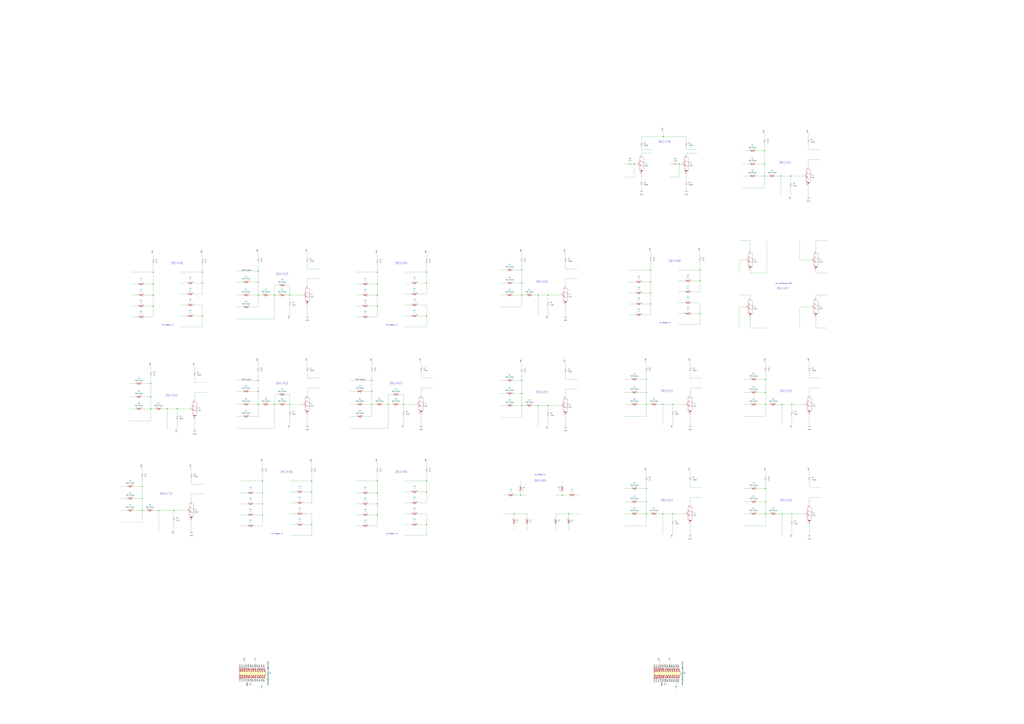
<source format=kicad_sch>
(kicad_sch (version 20211123) (generator eeschema)
  (paper "A0")
  (junction (at 299.72 327.66))
  (junction (at 361.95 571.5))
  (junction (at 605.79 441.96))
  (junction (at 624.84 471.17))
  (junction (at 495.3 367.03))
  (junction (at 887.73 204.47))
  (junction (at 660.4 596.9))
  (junction (at 175.26 461.01))
  (junction (at 165.1 565.15))
  (junction (at 919.48 596.9))
  (junction (at 438.15 572.77))
  (junction (at 177.8 330.2))
  (junction (at 495.3 328.93))
  (junction (at 906.78 204.47))
  (junction (at 889 582.93))
  (junction (at 781.05 596.9))
  (junction (at 438.15 316.23))
  (junction (at 605.79 471.17))
  (junction (at 636.27 342.9))
  (junction (at 336.55 342.9))
  (junction (at 889 469.9))
  (junction (at 769.62 469.9))
  (junction (at 304.8 572.77))
  (junction (at 755.65 327.66))
  (junction (at 908.05 469.9))
  (junction (at 812.8 326.39))
  (junction (at 495.3 609.6))
  (junction (at 431.8 454.66))
  (junction (at 299.72 469.9))
  (junction (at 652.78 575.31))
  (junction (at 299.72 441.96))
  (junction (at 234.95 367.03))
  (junction (at 234.95 316.23))
  (junction (at 605.79 457.2))
  (junction (at 495.3 558.8))
  (junction (at 177.8 355.6))
  (junction (at 605.79 342.9))
  (junction (at 177.8 342.9))
  (junction (at 438.15 330.2))
  (junction (at 234.95 328.93))
  (junction (at 299.72 342.9))
  (junction (at 304.8 558.8))
  (junction (at 201.93 593.09))
  (junction (at 361.95 609.6))
  (junction (at 889 596.9))
  (junction (at 769.62 596.9))
  (junction (at 304.8 598.17))
  (junction (at 177.8 316.23))
  (junction (at 750.57 440.69))
  (junction (at 812.8 364.49))
  (junction (at 318.77 469.9))
  (junction (at 887.73 175.26))
  (junction (at 175.26 445.77))
  (junction (at 605.79 313.69))
  (junction (at 812.8 313.69))
  (junction (at 438.15 585.47))
  (junction (at 755.65 353.06))
  (junction (at 750.57 596.9))
  (junction (at 468.63 469.9))
  (junction (at 750.57 455.93))
  (junction (at 165.1 593.09))
  (junction (at 918.21 204.47))
  (junction (at 431.8 469.9))
  (junction (at 318.77 342.9))
  (junction (at 165.1 579.12))
  (junction (at 750.57 469.9))
  (junction (at 604.52 575.31))
  (junction (at 450.85 469.9))
  (junction (at 431.8 441.96))
  (junction (at 889 455.93))
  (junction (at 184.15 593.09))
  (junction (at 781.05 469.9))
  (junction (at 304.8 585.47))
  (junction (at 495.3 571.5))
  (junction (at 299.72 454.66))
  (junction (at 750.57 582.93))
  (junction (at 605.79 328.93))
  (junction (at 770.255 158.75))
  (junction (at 596.9 596.9))
  (junction (at 755.65 313.69))
  (junction (at 889 440.69))
  (junction (at 624.84 342.9))
  (junction (at 919.48 469.9))
  (junction (at 438.15 355.6))
  (junction (at 175.26 474.98))
  (junction (at 361.95 558.8))
  (junction (at 636.27 471.17))
  (junction (at 889 567.69))
  (junction (at 438.15 342.9))
  (junction (at 194.31 474.98))
  (junction (at 750.57 567.69))
  (junction (at 336.55 469.9))
  (junction (at 788.67 190.5))
  (junction (at 755.65 340.36))
  (junction (at 736.6 190.5))
  (junction (at 887.73 190.5))
  (junction (at 908.05 596.9))
  (junction (at 205.74 474.98))
  (junction (at 495.3 316.23))
  (junction (at 299.72 314.96))
  (junction (at 438.15 558.8))
  (junction (at 438.15 598.17))
  (wire (pts (xy 187.96 474.98) (xy 194.31 474.98)))
  (wire (pts (xy 745.49 353.06) (xy 755.65 353.06)))
  (wire (pts (xy 274.32 454.66) (xy 281.94 454.66)))
  (wire (pts (xy 580.39 356.87) (xy 605.79 356.87)))
  (wire (pts (xy 468.63 482.6) (xy 468.63 494.03)))
  (wire (pts (xy 361.95 596.9) (xy 361.95 609.6)))
  (wire (pts (xy 871.22 368.3) (xy 871.22 381)))
  (wire (pts (xy 812.8 326.39) (xy 812.8 313.69)))
  (wire (pts (xy 660.4 609.6) (xy 660.4 615.95)))
  (wire (pts (xy 361.95 622.3) (xy 361.95 609.6)))
  (wire (pts (xy 796.925 180.34) (xy 796.925 177.8)))
  (wire (pts (xy 605.79 313.69) (xy 595.63 313.69)))
  (wire (pts (xy 858.52 342.9) (xy 871.22 342.9)))
  (wire (pts (xy 427.99 368.3) (xy 438.15 368.3)))
  (wire (pts (xy 786.765 190.5) (xy 788.67 190.5)))
  (wire (pts (xy 750.57 596.9) (xy 755.65 596.9)))
  (wire (pts (xy 769.62 469.9) (xy 781.05 469.9)))
  (wire (pts (xy 906.78 228.6) (xy 906.78 204.47)))
  (wire (pts (xy 299.72 441.96) (xy 299.72 454.66)))
  (wire (pts (xy 656.59 304.8) (xy 656.59 312.42)))
  (wire (pts (xy 750.57 483.87) (xy 750.57 469.9)))
  (wire (pts (xy 222.25 543.56) (xy 222.25 549.91)))
  (wire (pts (xy 781.05 482.6) (xy 781.05 494.03)))
  (wire (pts (xy 175.26 425.45) (xy 175.26 431.8)))
  (wire (pts (xy 336.55 469.9) (xy 336.55 477.52)))
  (wire (pts (xy 812.8 351.79) (xy 812.8 364.49)))
  (wire (pts (xy 656.59 332.74) (xy 656.59 323.85)))
  (wire (pts (xy 299.72 304.8) (xy 299.72 314.96)))
  (wire (pts (xy 919.48 609.6) (xy 919.48 621.03)))
  (wire (pts (xy 656.59 421.64) (xy 656.59 427.99)))
  (wire (pts (xy 750.57 440.69) (xy 740.41 440.69)))
  (wire (pts (xy 304.8 585.47) (xy 304.8 598.17)))
  (wire (pts (xy 495.3 537.21) (xy 495.3 543.56)))
  (wire (pts (xy 299.72 356.87) (xy 299.72 342.9)))
  (wire (pts (xy 351.79 596.9) (xy 361.95 596.9)))
  (wire (pts (xy 947.42 313.69) (xy 947.42 317.5)))
  (wire (pts (xy 406.4 483.87) (xy 414.02 483.87)))
  (wire (pts (xy 292.1 788.67) (xy 292.1 795.02)))
  (wire (pts (xy 485.14 341.63) (xy 495.3 341.63)))
  (wire (pts (xy 878.84 596.9) (xy 889 596.9)))
  (wire (pts (xy 427.99 330.2) (xy 438.15 330.2)))
  (wire (pts (xy 336.55 596.9) (xy 344.17 596.9)))
  (wire (pts (xy 871.22 279.4) (xy 858.52 279.4)))
  (wire (pts (xy 618.49 471.17) (xy 624.84 471.17)))
  (wire (pts (xy 274.32 342.9) (xy 281.94 342.9)))
  (wire (pts (xy 279.4 610.87) (xy 287.02 610.87)))
  (wire (pts (xy 744.855 180.34) (xy 744.855 177.8)))
  (wire (pts (xy 773.43 788.67) (xy 773.43 795.02)))
  (wire (pts (xy 734.06 190.5) (xy 736.6 190.5)))
  (wire (pts (xy 361.95 584.2) (xy 361.95 571.5)))
  (wire (pts (xy 755.65 327.66) (xy 755.65 340.36)))
  (wire (pts (xy 919.48 469.9) (xy 934.72 469.9)))
  (wire (pts (xy 652.78 558.8) (xy 652.78 563.88)))
  (wire (pts (xy 427.99 355.6) (xy 438.15 355.6)))
  (wire (pts (xy 406.4 441.96) (xy 431.8 441.96)))
  (wire (pts (xy 605.79 471.17) (xy 610.87 471.17)))
  (wire (pts (xy 750.57 440.69) (xy 750.57 455.93)))
  (wire (pts (xy 580.39 342.9) (xy 588.01 342.9)))
  (wire (pts (xy 139.7 607.06) (xy 165.1 607.06)))
  (wire (pts (xy 438.15 537.21) (xy 438.15 543.56)))
  (wire (pts (xy 605.79 457.2) (xy 605.79 471.17)))
  (wire (pts (xy 279.4 598.17) (xy 287.02 598.17)))
  (wire (pts (xy 431.8 420.37) (xy 431.8 426.72)))
  (wire (pts (xy 871.22 313.69) (xy 871.22 317.5)))
  (wire (pts (xy 412.75 598.17) (xy 420.37 598.17)))
  (wire (pts (xy 469.9 328.93) (xy 477.52 328.93)))
  (wire (pts (xy 469.9 622.3) (xy 495.3 622.3)))
  (wire (pts (xy 299.72 469.9) (xy 304.8 469.9)))
  (wire (pts (xy 209.55 328.93) (xy 217.17 328.93)))
  (wire (pts (xy 304.8 558.8) (xy 304.8 572.77)))
  (wire (pts (xy 427.99 598.17) (xy 438.15 598.17)))
  (wire (pts (xy 431.8 454.66) (xy 421.64 454.66)))
  (wire (pts (xy 801.37 586.74) (xy 801.37 577.85)))
  (wire (pts (xy 863.6 455.93) (xy 871.22 455.93)))
  (wire (pts (xy 450.85 469.9) (xy 450.85 497.84)))
  (wire (pts (xy 871.22 342.9) (xy 871.22 346.71)))
  (wire (pts (xy 938.53 215.9) (xy 938.53 228.6)))
  (wire (pts (xy 299.72 431.8) (xy 299.72 441.96)))
  (wire (pts (xy 618.49 342.9) (xy 624.84 342.9)))
  (wire (pts (xy 942.34 356.87) (xy 928.37 356.87)))
  (wire (pts (xy 294.64 610.87) (xy 304.8 610.87)))
  (wire (pts (xy 612.14 601.98) (xy 612.14 596.9)))
  (wire (pts (xy 177.8 593.09) (xy 184.15 593.09)))
  (wire (pts (xy 750.57 431.8) (xy 750.57 440.69)))
  (wire (pts (xy 725.17 190.5) (xy 728.98 190.5)))
  (wire (pts (xy 469.9 609.6) (xy 477.52 609.6)))
  (wire (pts (xy 299.72 420.37) (xy 299.72 426.72)))
  (wire (pts (xy 165.1 565.15) (xy 154.94 565.15)))
  (wire (pts (xy 431.8 483.87) (xy 431.8 469.9)))
  (wire (pts (xy 796.925 173.99) (xy 809.625 173.99)))
  (wire (pts (xy 787.4 351.79) (xy 795.02 351.79)))
  (wire (pts (xy 226.06 436.88) (xy 226.06 444.5)))
  (wire (pts (xy 299.72 293.37) (xy 299.72 299.72)))
  (wire (pts (xy 636.27 471.17) (xy 651.51 471.17)))
  (wire (pts (xy 947.42 279.4) (xy 960.12 279.4)))
  (wire (pts (xy 438.15 558.8) (xy 438.15 572.77)))
  (wire (pts (xy 427.99 585.47) (xy 438.15 585.47)))
  (wire (pts (xy 318.77 458.47) (xy 318.77 469.9)))
  (wire (pts (xy 336.55 469.9) (xy 336.55 458.47)))
  (wire (pts (xy 412.75 316.23) (xy 438.15 316.23)))
  (wire (pts (xy 636.27 471.17) (xy 636.27 478.79)))
  (wire (pts (xy 889 596.9) (xy 894.08 596.9)))
  (wire (pts (xy 488.95 420.37) (xy 488.95 426.72)))
  (wire (pts (xy 139.7 579.12) (xy 147.32 579.12)))
  (wire (pts (xy 889 582.93) (xy 889 596.9)))
  (wire (pts (xy 165.1 579.12) (xy 165.1 593.09)))
  (wire (pts (xy 412.75 355.6) (xy 420.37 355.6)))
  (wire (pts (xy 450.85 469.9) (xy 455.93 469.9)))
  (wire (pts (xy 226.06 464.82) (xy 226.06 455.93)))
  (wire (pts (xy 605.79 433.07) (xy 605.79 441.96)))
  (wire (pts (xy 801.37 450.85) (xy 815.34 450.85)))
  (wire (pts (xy 725.805 205.74) (xy 736.6 205.74)))
  (wire (pts (xy 421.64 483.87) (xy 431.8 483.87)))
  (wire (pts (xy 299.72 327.66) (xy 299.72 342.9)))
  (wire (pts (xy 750.57 567.69) (xy 750.57 582.93)))
  (wire (pts (xy 605.79 457.2) (xy 595.63 457.2)))
  (wire (pts (xy 750.57 420.37) (xy 750.57 426.72)))
  (wire (pts (xy 636.27 342.9) (xy 636.27 350.52)))
  (wire (pts (xy 318.77 497.84) (xy 274.32 497.84)))
  (wire (pts (xy 469.9 584.2) (xy 477.52 584.2)))
  (wire (pts (xy 763.27 596.9) (xy 769.62 596.9)))
  (wire (pts (xy 455.93 458.47) (xy 450.85 458.47)))
  (wire (pts (xy 900.43 204.47) (xy 906.78 204.47)))
  (wire (pts (xy 781.05 596.9) (xy 796.29 596.9)))
  (wire (pts (xy 942.34 302.26) (xy 928.37 302.26)))
  (wire (pts (xy 331.47 469.9) (xy 336.55 469.9)))
  (wire (pts (xy 725.17 440.69) (xy 732.79 440.69)))
  (wire (pts (xy 938.53 173.99) (xy 952.5 173.99)))
  (wire (pts (xy 450.85 458.47) (xy 450.85 469.9)))
  (wire (pts (xy 234.95 341.63) (xy 234.95 328.93)))
  (wire (pts (xy 312.42 469.9) (xy 318.77 469.9)))
  (wire (pts (xy 495.3 558.8) (xy 495.3 548.64)))
  (wire (pts (xy 175.26 474.98) (xy 180.34 474.98)))
  (wire (pts (xy 167.64 368.3) (xy 177.8 368.3)))
  (wire (pts (xy 636.27 342.9) (xy 651.51 342.9)))
  (wire (pts (xy 312.42 342.9) (xy 318.77 342.9)))
  (wire (pts (xy 468.63 469.9) (xy 468.63 477.52)))
  (wire (pts (xy 177.8 355.6) (xy 177.8 368.3)))
  (wire (pts (xy 801.37 431.8) (xy 801.37 439.42)))
  (wire (pts (xy 297.18 768.35) (xy 297.18 775.97)))
  (wire (pts (xy 612.14 609.6) (xy 612.14 615.95)))
  (wire (pts (xy 596.9 609.6) (xy 596.9 615.95)))
  (wire (pts (xy 323.85 331.47) (xy 318.77 331.47)))
  (wire (pts (xy 725.17 596.9) (xy 732.79 596.9)))
  (wire (pts (xy 152.4 368.3) (xy 160.02 368.3)))
  (wire (pts (xy 605.79 313.69) (xy 605.79 328.93)))
  (wire (pts (xy 304.8 788.67) (xy 304.8 796.29)))
  (wire (pts (xy 939.8 558.8) (xy 939.8 566.42)))
  (wire (pts (xy 801.37 558.8) (xy 801.37 566.42)))
  (wire (pts (xy 928.37 356.87) (xy 928.37 381)))
  (wire (pts (xy 167.64 330.2) (xy 177.8 330.2)))
  (wire (pts (xy 139.7 565.15) (xy 147.32 565.15)))
  (wire (pts (xy 939.8 608.33) (xy 939.8 621.03)))
  (wire (pts (xy 908.05 621.03) (xy 908.05 596.9)))
  (wire (pts (xy 318.77 331.47) (xy 318.77 342.9)))
  (wire (pts (xy 919.48 596.9) (xy 934.72 596.9)))
  (wire (pts (xy 356.87 431.8) (xy 356.87 439.42)))
  (wire (pts (xy 234.95 379.73) (xy 234.95 367.03)))
  (wire (pts (xy 656.59 323.85) (xy 670.56 323.85)))
  (wire (pts (xy 863.6 483.87) (xy 889 483.87)))
  (wire (pts (xy 812.8 313.69) (xy 812.8 303.53)))
  (wire (pts (xy 725.17 455.93) (xy 732.79 455.93)))
  (wire (pts (xy 584.2 575.31) (xy 589.28 575.31)))
  (wire (pts (xy 469.9 341.63) (xy 477.52 341.63)))
  (wire (pts (xy 224.79 354.33) (xy 234.95 354.33)))
  (wire (pts (xy 781.05 596.9) (xy 781.05 604.52)))
  (wire (pts (xy 580.39 313.69) (xy 588.01 313.69)))
  (wire (pts (xy 488.95 459.74) (xy 488.95 450.85)))
  (wire (pts (xy 863.6 440.69) (xy 871.22 440.69)))
  (wire (pts (xy 863.6 469.9) (xy 871.22 469.9)))
  (wire (pts (xy 736.6 205.74) (xy 736.6 190.5)))
  (wire (pts (xy 431.8 431.8) (xy 431.8 441.96)))
  (wire (pts (xy 318.77 370.84) (xy 274.32 370.84)))
  (wire (pts (xy 165.1 554.99) (xy 165.1 565.15)))
  (wire (pts (xy 226.06 455.93) (xy 240.03 455.93)))
  (wire (pts (xy 781.05 469.9) (xy 781.05 477.52)))
  (wire (pts (xy 901.7 469.9) (xy 908.05 469.9)))
  (wire (pts (xy 323.85 458.47) (xy 318.77 458.47)))
  (wire (pts (xy 750.57 469.9) (xy 755.65 469.9)))
  (wire (pts (xy 495.3 294.64) (xy 495.3 300.99)))
  (wire (pts (xy 209.55 341.63) (xy 217.17 341.63)))
  (wire (pts (xy 438.15 330.2) (xy 438.15 342.9)))
  (wire (pts (xy 605.79 441.96) (xy 605.79 457.2)))
  (wire (pts (xy 294.64 585.47) (xy 304.8 585.47)))
  (wire (pts (xy 469.9 316.23) (xy 495.3 316.23)))
  (wire (pts (xy 730.25 353.06) (xy 737.87 353.06)))
  (wire (pts (xy 438.15 585.47) (xy 438.15 598.17)))
  (wire (pts (xy 222.25 574.04) (xy 236.22 574.04)))
  (wire (pts (xy 495.3 379.73) (xy 495.3 367.03)))
  (wire (pts (xy 781.05 609.6) (xy 781.05 621.03)))
  (wire (pts (xy 205.74 474.98) (xy 220.98 474.98)))
  (wire (pts (xy 488.95 481.33) (xy 488.95 494.03)))
  (wire (pts (xy 947.42 317.5) (xy 960.12 317.5)))
  (wire (pts (xy 336.55 558.8) (xy 361.95 558.8)))
  (wire (pts (xy 770.255 158.75) (xy 796.925 158.75)))
  (wire (pts (xy 750.57 582.93) (xy 740.41 582.93)))
  (wire (pts (xy 624.84 471.17) (xy 636.27 471.17)))
  (wire (pts (xy 304.8 572.77) (xy 304.8 585.47)))
  (wire (pts (xy 624.84 342.9) (xy 636.27 342.9)))
  (wire (pts (xy 495.3 316.23) (xy 495.3 306.07)))
  (wire (pts (xy 901.7 596.9) (xy 908.05 596.9)))
  (wire (pts (xy 274.32 356.87) (xy 281.94 356.87)))
  (wire (pts (xy 605.79 328.93) (xy 605.79 342.9)))
  (wire (pts (xy 660.4 596.9) (xy 660.4 601.98)))
  (wire (pts (xy 938.53 166.37) (xy 938.53 173.99)))
  (wire (pts (xy 184.15 593.09) (xy 201.93 593.09)))
  (wire (pts (xy 668.02 575.31) (xy 673.1 575.31)))
  (wire (pts (xy 939.8 577.85) (xy 953.77 577.85)))
  (wire (pts (xy 167.64 342.9) (xy 177.8 342.9)))
  (wire (pts (xy 919.48 469.9) (xy 919.48 477.52)))
  (wire (pts (xy 209.55 367.03) (xy 217.17 367.03)))
  (wire (pts (xy 730.25 327.66) (xy 737.87 327.66)))
  (wire (pts (xy 177.8 294.64) (xy 177.8 300.99)))
  (wire (pts (xy 928.37 302.26) (xy 928.37 279.4)))
  (wire (pts (xy 431.8 469.9) (xy 421.64 469.9)))
  (wire (pts (xy 336.55 482.6) (xy 336.55 494.03)))
  (wire (pts (xy 862.33 218.44) (xy 887.73 218.44)))
  (wire (pts (xy 947.42 346.71) (xy 947.42 342.9)))
  (wire (pts (xy 427.99 610.87) (xy 438.15 610.87)))
  (wire (pts (xy 177.8 330.2) (xy 177.8 342.9)))
  (wire (pts (xy 469.9 571.5) (xy 477.52 571.5)))
  (wire (pts (xy 889 483.87) (xy 889 469.9)))
  (wire (pts (xy 438.15 294.64) (xy 438.15 300.99)))
  (wire (pts (xy 184.15 593.09) (xy 184.15 617.22)))
  (wire (pts (xy 787.4 313.69) (xy 812.8 313.69)))
  (wire (pts (xy 740.41 469.9) (xy 750.57 469.9)))
  (wire (pts (xy 596.9 575.31) (xy 604.52 575.31)))
  (wire (pts (xy 887.73 204.47) (xy 892.81 204.47)))
  (wire (pts (xy 788.67 205.74) (xy 788.67 190.5)))
  (wire (pts (xy 887.73 166.37) (xy 887.73 175.26)))
  (wire (pts (xy 604.52 571.5) (xy 604.52 575.31)))
  (wire (pts (xy 605.79 421.64) (xy 605.79 427.99)))
  (wire (pts (xy 431.8 441.96) (xy 431.8 454.66)))
  (wire (pts (xy 605.79 441.96) (xy 595.63 441.96)))
  (wire (pts (xy 469.9 354.33) (xy 477.52 354.33)))
  (wire (pts (xy 205.74 474.98) (xy 205.74 482.6)))
  (wire (pts (xy 801.37 577.85) (xy 815.34 577.85)))
  (wire (pts (xy 755.65 313.69) (xy 755.65 327.66)))
  (wire (pts (xy 485.14 571.5) (xy 495.3 571.5)))
  (wire (pts (xy 801.37 481.33) (xy 801.37 494.03)))
  (wire (pts (xy 801.37 566.42) (xy 815.34 566.42)))
  (wire (pts (xy 604.52 558.8) (xy 604.52 563.88)))
  (wire (pts (xy 750.57 610.87) (xy 750.57 596.9)))
  (wire (pts (xy 906.78 204.47) (xy 918.21 204.47)))
  (wire (pts (xy 468.63 469.9) (xy 483.87 469.9)))
  (wire (pts (xy 787.4 326.39) (xy 795.02 326.39)))
  (wire (pts (xy 781.05 469.9) (xy 796.29 469.9)))
  (wire (pts (xy 175.26 488.95) (xy 175.26 474.98)))
  (wire (pts (xy 755.65 340.36) (xy 755.65 353.06)))
  (wire (pts (xy 438.15 598.17) (xy 438.15 610.87)))
  (wire (pts (xy 438.15 316.23) (xy 438.15 306.07)))
  (wire (pts (xy 660.4 575.31) (xy 652.78 575.31)))
  (wire (pts (xy 938.53 194.31) (xy 938.53 185.42)))
  (wire (pts (xy 796.925 201.93) (xy 796.925 210.82)))
  (wire (pts (xy 331.47 342.9) (xy 336.55 342.9)))
  (wire (pts (xy 274.32 483.87) (xy 281.94 483.87)))
  (wire (pts (xy 469.9 558.8) (xy 495.3 558.8)))
  (wire (pts (xy 427.99 572.77) (xy 438.15 572.77)))
  (wire (pts (xy 887.73 218.44) (xy 887.73 204.47)))
  (wire (pts (xy 361.95 571.5) (xy 361.95 558.8)))
  (wire (pts (xy 939.8 459.74) (xy 939.8 450.85)))
  (wire (pts (xy 750.57 582.93) (xy 750.57 596.9)))
  (wire (pts (xy 336.55 342.9) (xy 351.79 342.9)))
  (wire (pts (xy 299.72 454.66) (xy 299.72 469.9)))
  (wire (pts (xy 234.95 294.64) (xy 234.95 300.99)))
  (wire (pts (xy 947.42 368.3) (xy 947.42 381)))
  (wire (pts (xy 871.22 292.1) (xy 871.22 279.4)))
  (wire (pts (xy 222.25 604.52) (xy 222.25 617.22)))
  (wire (pts (xy 939.8 586.74) (xy 939.8 577.85)))
  (wire (pts (xy 939.8 547.37) (xy 939.8 553.72)))
  (wire (pts (xy 878.84 469.9) (xy 889 469.9)))
  (wire (pts (xy 947.42 292.1) (xy 947.42 279.4)))
  (wire (pts (xy 224.79 367.03) (xy 234.95 367.03)))
  (wire (pts (xy 152.4 316.23) (xy 177.8 316.23)))
  (wire (pts (xy 801.37 439.42) (xy 815.34 439.42)))
  (wire (pts (xy 438.15 572.77) (xy 438.15 585.47)))
  (wire (pts (xy 274.32 441.96) (xy 299.72 441.96)))
  (wire (pts (xy 656.59 293.37) (xy 656.59 299.72)))
  (wire (pts (xy 175.26 436.88) (xy 175.26 445.77)))
  (wire (pts (xy 224.79 328.93) (xy 234.95 328.93)))
  (wire (pts (xy 802.64 326.39) (xy 812.8 326.39)))
  (wire (pts (xy 318.77 469.9) (xy 323.85 469.9)))
  (wire (pts (xy 605.79 356.87) (xy 605.79 342.9)))
  (wire (pts (xy 645.16 601.98) (xy 645.16 596.9)))
  (wire (pts (xy 887.73 190.5) (xy 887.73 204.47)))
  (wire (pts (xy 656.59 433.07) (xy 656.59 440.69)))
  (wire (pts (xy 863.6 582.93) (xy 871.22 582.93)))
  (wire (pts (xy 495.3 341.63) (xy 495.3 328.93)))
  (wire (pts (xy 871.22 317.5) (xy 890.27 317.5)))
  (wire (pts (xy 488.95 450.85) (xy 502.92 450.85)))
  (wire (pts (xy 744.855 170.18) (xy 744.855 173.99)))
  (wire (pts (xy 595.63 342.9) (xy 605.79 342.9)))
  (wire (pts (xy 351.79 584.2) (xy 361.95 584.2)))
  (wire (pts (xy 730.25 340.36) (xy 737.87 340.36)))
  (wire (pts (xy 877.57 204.47) (xy 887.73 204.47)))
  (wire (pts (xy 580.39 485.14) (xy 605.79 485.14)))
  (wire (pts (xy 336.55 355.6) (xy 336.55 367.03)))
  (wire (pts (xy 802.64 339.09) (xy 812.8 339.09)))
  (wire (pts (xy 139.7 593.09) (xy 147.32 593.09)))
  (wire (pts (xy 889 567.69) (xy 878.84 567.69)))
  (wire (pts (xy 801.37 459.74) (xy 801.37 450.85)))
  (wire (pts (xy 177.8 316.23) (xy 177.8 330.2)))
  (wire (pts (xy 175.26 461.01) (xy 175.26 474.98)))
  (wire (pts (xy 194.31 499.11) (xy 194.31 474.98)))
  (wire (pts (xy 412.75 585.47) (xy 420.37 585.47)))
  (wire (pts (xy 750.57 455.93) (xy 740.41 455.93)))
  (wire (pts (xy 750.57 455.93) (xy 750.57 469.9)))
  (wire (pts (xy 744.855 220.98) (xy 744.855 215.9)))
  (wire (pts (xy 469.9 379.73) (xy 495.3 379.73)))
  (wire (pts (xy 469.9 596.9) (xy 477.52 596.9)))
  (wire (pts (xy 495.3 328.93) (xy 495.3 316.23)))
  (wire (pts (xy 918.21 204.47) (xy 933.45 204.47)))
  (wire (pts (xy 863.6 567.69) (xy 871.22 567.69)))
  (wire (pts (xy 177.8 342.9) (xy 177.8 355.6)))
  (wire (pts (xy 294.64 598.17) (xy 304.8 598.17)))
  (wire (pts (xy 165.1 565.15) (xy 165.1 579.12)))
  (wire (pts (xy 361.95 537.21) (xy 361.95 543.56)))
  (wire (pts (xy 431.8 454.66) (xy 431.8 469.9)))
  (wire (pts (xy 427.99 342.9) (xy 438.15 342.9)))
  (wire (pts (xy 887.73 175.26) (xy 887.73 190.5)))
  (wire (pts (xy 205.74 487.68) (xy 205.74 499.11)))
  (wire (pts (xy 652.78 575.31) (xy 645.16 575.31)))
  (wire (pts (xy 769.62 494.03) (xy 769.62 469.9)))
  (wire (pts (xy 299.72 454.66) (xy 289.56 454.66)))
  (wire (pts (xy 274.32 469.9) (xy 281.94 469.9)))
  (wire (pts (xy 889 420.37) (xy 889 426.72)))
  (wire (pts (xy 796.925 158.75) (xy 796.925 165.1)))
  (wire (pts (xy 495.3 596.9) (xy 495.3 609.6)))
  (wire (pts (xy 605.79 328.93) (xy 595.63 328.93)))
  (wire (pts (xy 336.55 342.9) (xy 336.55 331.47)))
  (wire (pts (xy 274.32 314.96) (xy 299.72 314.96)))
  (wire (pts (xy 744.855 201.93) (xy 744.855 210.82)))
  (wire (pts (xy 318.77 342.9) (xy 323.85 342.9)))
  (wire (pts (xy 201.93 605.79) (xy 201.93 617.22)))
  (wire (pts (xy 336.55 458.47) (xy 331.47 458.47)))
  (wire (pts (xy 812.8 339.09) (xy 812.8 326.39)))
  (wire (pts (xy 485.14 367.03) (xy 495.3 367.03)))
  (wire (pts (xy 725.17 469.9) (xy 732.79 469.9)))
  (wire (pts (xy 889 440.69) (xy 878.84 440.69)))
  (wire (pts (xy 495.3 571.5) (xy 495.3 558.8)))
  (wire (pts (xy 858.52 302.26) (xy 858.52 317.5)))
  (wire (pts (xy 863.6 610.87) (xy 889 610.87)))
  (wire (pts (xy 889 567.69) (xy 889 582.93)))
  (wire (pts (xy 744.855 158.75) (xy 770.255 158.75)))
  (wire (pts (xy 226.06 444.5) (xy 240.03 444.5)))
  (wire (pts (xy 580.39 441.96) (xy 588.01 441.96)))
  (wire (pts (xy 336.55 622.3) (xy 361.95 622.3)))
  (wire (pts (xy 209.55 316.23) (xy 234.95 316.23)))
  (wire (pts (xy 605.79 304.8) (xy 605.79 313.69)))
  (wire (pts (xy 304.8 558.8) (xy 304.8 548.64)))
  (wire (pts (xy 862.33 190.5) (xy 869.95 190.5)))
  (wire (pts (xy 802.64 351.79) (xy 812.8 351.79)))
  (wire (pts (xy 336.55 342.9) (xy 336.55 350.52)))
  (wire (pts (xy 222.25 554.99) (xy 222.25 562.61)))
  (wire (pts (xy 938.53 154.94) (xy 938.53 161.29)))
  (wire (pts (xy 871.22 381) (xy 890.27 381)))
  (wire (pts (xy 786.13 788.67) (xy 786.13 796.29)))
  (wire (pts (xy 167.64 355.6) (xy 177.8 355.6)))
  (wire (pts (xy 351.79 571.5) (xy 361.95 571.5)))
  (wire (pts (xy 740.41 596.9) (xy 750.57 596.9)))
  (wire (pts (xy 777.875 190.5) (xy 781.685 190.5)))
  (wire (pts (xy 656.59 440.69) (xy 670.56 440.69)))
  (wire (pts (xy 356.87 439.42) (xy 370.84 439.42)))
  (wire (pts (xy 796.925 170.18) (xy 796.925 173.99)))
  (wire (pts (xy 412.75 368.3) (xy 420.37 368.3)))
  (wire (pts (xy 356.87 450.85) (xy 370.84 450.85)))
  (wire (pts (xy 201.93 593.09) (xy 201.93 600.71)))
  (wire (pts (xy 485.14 328.93) (xy 495.3 328.93)))
  (wire (pts (xy 356.87 312.42) (xy 370.84 312.42)))
  (wire (pts (xy 222.25 562.61) (xy 236.22 562.61)))
  (wire (pts (xy 488.95 439.42) (xy 502.92 439.42)))
  (wire (pts (xy 299.72 314.96) (xy 299.72 327.66)))
  (wire (pts (xy 584.2 596.9) (xy 596.9 596.9)))
  (wire (pts (xy 438.15 558.8) (xy 438.15 548.64)))
  (wire (pts (xy 226.06 486.41) (xy 226.06 499.11)))
  (wire (pts (xy 406.4 454.66) (xy 414.02 454.66)))
  (wire (pts (xy 495.3 354.33) (xy 495.3 367.03)))
  (wire (pts (xy 796.925 215.9) (xy 796.925 220.98)))
  (wire (pts (xy 284.48 768.35) (xy 284.48 775.97)))
  (wire (pts (xy 947.42 342.9) (xy 960.12 342.9)))
  (wire (pts (xy 745.49 365.76) (xy 755.65 365.76)))
  (wire (pts (xy 469.9 367.03) (xy 477.52 367.03)))
  (wire (pts (xy 939.8 481.33) (xy 939.8 494.03)))
  (wire (pts (xy 294.64 572.77) (xy 304.8 572.77)))
  (wire (pts (xy 299.72 342.9) (xy 289.56 342.9)))
  (wire (pts (xy 656.59 461.01) (xy 656.59 452.12)))
  (wire (pts (xy 755.65 313.69) (xy 755.65 303.53)))
  (wire (pts (xy 438.15 316.23) (xy 438.15 330.2)))
  (wire (pts (xy 595.63 471.17) (xy 605.79 471.17)))
  (wire (pts (xy 412.75 610.87) (xy 420.37 610.87)))
  (wire (pts (xy 165.1 474.98) (xy 175.26 474.98)))
  (wire (pts (xy 787.4 377.19) (xy 812.8 377.19)))
  (wire (pts (xy 801.37 420.37) (xy 801.37 426.72)))
  (wire (pts (xy 755.65 353.06) (xy 755.65 365.76)))
  (wire (pts (xy 889 455.93) (xy 889 469.9)))
  (wire (pts (xy 787.4 364.49) (xy 795.02 364.49)))
  (wire (pts (xy 947.42 381) (xy 960.12 381)))
  (wire (pts (xy 938.53 185.42) (xy 952.5 185.42)))
  (wire (pts (xy 234.95 316.23) (xy 234.95 306.07)))
  (wire (pts (xy 889 582.93) (xy 878.84 582.93)))
  (wire (pts (xy 596.9 596.9) (xy 612.14 596.9)))
  (wire (pts (xy 765.81 768.35) (xy 765.81 775.97)))
  (wire (pts (xy 580.39 328.93) (xy 588.01 328.93)))
  (wire (pts (xy 356.87 354.33) (xy 356.87 367.03)))
  (wire (pts (xy 770.255 152.4) (xy 770.255 158.75)))
  (wire (pts (xy 858.52 356.87) (xy 866.14 356.87)))
  (wire (pts (xy 745.49 327.66) (xy 755.65 327.66)))
  (wire (pts (xy 175.26 445.77) (xy 165.1 445.77)))
  (wire (pts (xy 488.95 431.8) (xy 488.95 439.42)))
  (wire (pts (xy 412.75 342.9) (xy 420.37 342.9)))
  (wire (pts (xy 356.87 304.8) (xy 356.87 312.42)))
  (wire (pts (xy 299.72 469.9) (xy 289.56 469.9)))
  (wire (pts (xy 918.21 217.17) (xy 918.21 228.6)))
  (wire (pts (xy 165.1 579.12) (xy 154.94 579.12)))
  (wire (pts (xy 769.62 621.03) (xy 769.62 596.9)))
  (wire (pts (xy 299.72 483.87) (xy 299.72 469.9)))
  (wire (pts (xy 596.9 596.9) (xy 596.9 601.98)))
  (wire (pts (xy 194.31 474.98) (xy 205.74 474.98)))
  (wire (pts (xy 412.75 330.2) (xy 420.37 330.2)))
  (wire (pts (xy 406.4 469.9) (xy 414.02 469.9)))
  (wire (pts (xy 730.25 313.69) (xy 755.65 313.69)))
  (wire (pts (xy 890.27 317.5) (xy 890.27 279.4)))
  (wire (pts (xy 725.17 483.87) (xy 750.57 483.87)))
  (wire (pts (xy 755.65 292.1) (xy 755.65 298.45)))
  (wire (pts (xy 862.33 204.47) (xy 869.95 204.47)))
  (wire (pts (xy 336.55 331.47) (xy 331.47 331.47)))
  (wire (pts (xy 356.87 459.74) (xy 356.87 450.85)))
  (wire (pts (xy 750.57 558.8) (xy 750.57 567.69)))
  (wire (pts (xy 274.32 327.66) (xy 281.94 327.66)))
  (wire (pts (xy 812.8 377.19) (xy 812.8 364.49)))
  (wire (pts (xy 152.4 355.6) (xy 160.02 355.6)))
  (wire (pts (xy 802.64 364.49) (xy 812.8 364.49)))
  (wire (pts (xy 736.6 190.5) (xy 739.775 190.5)))
  (wire (pts (xy 279.4 572.77) (xy 287.02 572.77)))
  (wire (pts (xy 463.55 469.9) (xy 468.63 469.9)))
  (wire (pts (xy 801.37 547.37) (xy 801.37 553.72)))
  (wire (pts (xy 763.27 469.9) (xy 769.62 469.9)))
  (wire (pts (xy 908.05 596.9) (xy 919.48 596.9)))
  (wire (pts (xy 862.33 175.26) (xy 869.95 175.26)))
  (wire (pts (xy 605.79 293.37) (xy 605.79 299.72)))
  (wire (pts (xy 289.56 356.87) (xy 299.72 356.87)))
  (wire (pts (xy 485.14 584.2) (xy 495.3 584.2)))
  (wire (pts (xy 580.39 471.17) (xy 588.01 471.17)))
  (wire (pts (xy 812.8 292.1) (xy 812.8 298.45)))
  (wire (pts (xy 165.1 593.09) (xy 170.18 593.09)))
  (wire (pts (xy 318.77 469.9) (xy 318.77 497.84)))
  (wire (pts (xy 149.86 461.01) (xy 157.48 461.01)))
  (wire (pts (xy 744.855 173.99) (xy 757.555 173.99)))
  (wire (pts (xy 744.855 165.1) (xy 744.855 158.75)))
  (wire (pts (xy 866.14 302.26) (xy 858.52 302.26)))
  (wire (pts (xy 889 431.8) (xy 889 440.69)))
  (wire (pts (xy 149.86 488.95) (xy 175.26 488.95)))
  (wire (pts (xy 636.27 355.6) (xy 636.27 367.03)))
  (wire (pts (xy 725.17 582.93) (xy 732.79 582.93)))
  (wire (pts (xy 788.67 190.5) (xy 791.845 190.5)))
  (wire (pts (xy 336.55 609.6) (xy 344.17 609.6)))
  (wire (pts (xy 939.8 439.42) (xy 953.77 439.42)))
  (wire (pts (xy 889 610.87) (xy 889 596.9)))
  (wire (pts (xy 730.25 365.76) (xy 737.87 365.76)))
  (wire (pts (xy 919.48 482.6) (xy 919.48 494.03)))
  (wire (pts (xy 209.55 379.73) (xy 234.95 379.73)))
  (wire (pts (xy 336.55 571.5) (xy 344.17 571.5)))
  (wire (pts (xy 152.4 330.2) (xy 160.02 330.2)))
  (wire (pts (xy 431.8 469.9) (xy 436.88 469.9)))
  (wire (pts (xy 304.8 537.21) (xy 304.8 543.56)))
  (wire (pts (xy 745.49 340.36) (xy 755.65 340.36)))
  (wire (pts (xy 226.06 425.45) (xy 226.06 431.8)))
  (wire (pts (xy 299.72 342.9) (xy 304.8 342.9)))
  (wire (pts (xy 939.8 566.42) (xy 953.77 566.42)))
  (wire (pts (xy 863.6 596.9) (xy 871.22 596.9)))
  (wire (pts (xy 787.4 339.09) (xy 795.02 339.09)))
  (wire (pts (xy 485.14 609.6) (xy 495.3 609.6)))
  (wire (pts (xy 887.73 175.26) (xy 877.57 175.26)))
  (wire (pts (xy 605.79 342.9) (xy 610.87 342.9)))
  (wire (pts (xy 209.55 354.33) (xy 217.17 354.33)))
  (wire (pts (xy 495.3 622.3) (xy 495.3 609.6)))
  (wire (pts (xy 939.8 420.37) (xy 939.8 426.72)))
  (wire (pts (xy 450.85 497.84) (xy 406.4 497.84)))
  (wire (pts (xy 234.95 328.93) (xy 234.95 316.23)))
  (wire (pts (xy 412.75 558.8) (xy 438.15 558.8)))
  (wire (pts (xy 177.8 316.23) (xy 177.8 306.07)))
  (wire (pts (xy 889 558.8) (xy 889 567.69)))
  (wire (pts (xy 656.59 312.42) (xy 670.56 312.42)))
  (wire (pts (xy 279.4 585.47) (xy 287.02 585.47)))
  (wire (pts (xy 750.57 567.69) (xy 740.41 567.69)))
  (wire (pts (xy 356.87 481.33) (xy 356.87 494.03)))
  (wire (pts (xy 234.95 354.33) (xy 234.95 367.03)))
  (wire (pts (xy 356.87 420.37) (xy 356.87 426.72)))
  (wire (pts (xy 858.52 381) (xy 858.52 356.87)))
  (wire (pts (xy 645.16 609.6) (xy 645.16 615.95)))
  (wire (pts (xy 889 455.93) (xy 878.84 455.93)))
  (wire (pts (xy 304.8 598.17) (xy 304.8 610.87)))
  (wire (pts (xy 438.15 355.6) (xy 438.15 368.3)))
  (wire (pts (xy 624.84 495.3) (xy 624.84 471.17)))
  (wire (pts (xy 939.8 450.85) (xy 953.77 450.85)))
  (wire (pts (xy 175.26 445.77) (xy 175.26 461.01)))
  (wire (pts (xy 149.86 445.77) (xy 157.48 445.77)))
  (wire (pts (xy 356.87 323.85) (xy 370.84 323.85)))
  (wire (pts (xy 919.48 596.9) (xy 919.48 604.52)))
  (wire (pts (xy 279.4 558.8) (xy 304.8 558.8)))
  (wire (pts (xy 299.72 327.66) (xy 289.56 327.66)))
  (wire (pts (xy 624.84 367.03) (xy 624.84 342.9)))
  (wire (pts (xy 636.27 483.87) (xy 636.27 495.3)))
  (wire (pts (xy 750.57 547.37) (xy 750.57 553.72)))
  (wire (pts (xy 889 440.69) (xy 889 455.93)))
  (wire (pts (xy 660.4 596.9) (xy 645.16 596.9)))
  (wire (pts (xy 769.62 596.9) (xy 781.05 596.9)))
  (wire (pts (xy 652.78 571.5) (xy 652.78 575.31)))
  (wire (pts (xy 796.925 177.8) (xy 809.625 177.8)))
  (wire (pts (xy 656.59 482.6) (xy 656.59 495.3)))
  (wire (pts (xy 152.4 342.9) (xy 160.02 342.9)))
  (wire (pts (xy 485.14 596.9) (xy 495.3 596.9)))
  (wire (pts (xy 165.1 607.06) (xy 165.1 593.09)))
  (wire (pts (xy 149.86 474.98) (xy 157.48 474.98)))
  (wire (pts (xy 165.1 543.56) (xy 165.1 549.91)))
  (wire (pts (xy 444.5 469.9) (xy 450.85 469.9)))
  (wire (pts (xy 744.855 177.8) (xy 757.555 177.8)))
  (wire (pts (xy 495.3 584.2) (xy 495.3 571.5)))
  (wire (pts (xy 356.87 332.74) (xy 356.87 323.85)))
  (wire (pts (xy 777.875 205.74) (xy 788.67 205.74)))
  (wire (pts (xy 889 547.37) (xy 889 553.72)))
  (wire (pts (xy 725.17 610.87) (xy 750.57 610.87)))
  (wire (pts (xy 604.52 575.31) (xy 612.14 575.31)))
  (wire (pts (xy 908.05 494.03) (xy 908.05 469.9)))
  (wire (pts (xy 336.55 469.9) (xy 351.79 469.9)))
  (wire (pts (xy 656.59 452.12) (xy 670.56 452.12)))
  (wire (pts (xy 224.79 341.63) (xy 234.95 341.63)))
  (wire (pts (xy 468.63 469.9) (xy 468.63 458.47)))
  (wire (pts (xy 887.73 190.5) (xy 877.57 190.5)))
  (wire (pts (xy 889 469.9) (xy 894.08 469.9)))
  (wire (pts (xy 887.73 154.94) (xy 887.73 161.29)))
  (wire (pts (xy 356.87 293.37) (xy 356.87 299.72)))
  (wire (pts (xy 725.17 567.69) (xy 732.79 567.69)))
  (wire (pts (xy 605.79 485.14) (xy 605.79 471.17)))
  (wire (pts (xy 673.1 596.9) (xy 660.4 596.9)))
  (wire (pts (xy 580.39 457.2) (xy 588.01 457.2)))
  (wire (pts (xy 801.37 608.33) (xy 801.37 621.03)))
  (wire (pts (xy 175.26 461.01) (xy 165.1 461.01)))
  (wire (pts (xy 222.25 582.93) (xy 222.25 574.04)))
  (wire (pts (xy 351.79 609.6) (xy 361.95 609.6)))
  (wire (pts (xy 412.75 572.77) (xy 420.37 572.77)))
  (wire (pts (xy 778.51 768.35) (xy 778.51 775.97)))
  (wire (pts (xy 939.8 431.8) (xy 939.8 439.42)))
  (wire (pts (xy 318.77 342.9) (xy 318.77 370.84)))
  (wire (pts (xy 201.93 593.09) (xy 217.17 593.09)))
  (wire (pts (xy 154.94 593.09) (xy 165.1 593.09)))
  (wire (pts (xy 908.05 469.9) (xy 919.48 469.9)))
  (wire (pts (xy 336.55 584.2) (xy 344.17 584.2)))
  (wire (pts (xy 361.95 558.8) (xy 361.95 548.64)))
  (wire (pts (xy 468.63 458.47) (xy 463.55 458.47)))
  (wire (pts (xy 438.15 342.9) (xy 438.15 355.6)))
  (wire (pts (xy 656.59 354.33) (xy 656.59 367.03)))
  (wire (pts (xy 485.14 354.33) (xy 495.3 354.33)))
  (wire (pts (xy 918.21 204.47) (xy 918.21 212.09)))
  (wire (pts (xy 289.56 483.87) (xy 299.72 483.87)))
  (text "361473" (at 185.42 575.31 0) (effects (font (size 2.54 2.54)) (justify left bottom)))
  (text "361456" (at 198.12 307.34 0) (effects (font (size 2.54 2.54)) (justify left bottom)))
  (text "All Diodes \"A\"" (at 314.96 621.03 0) (effects (font (size 1.27 1.27)) (justify left bottom)))
  (text "All Diodes \"A\"" (at 448.31 621.03 0) (effects (font (size 1.27 1.27)) (justify left bottom)))
  (text "All Diodes \"A\"" (at 765.81 375.92 0) (effects (font (size 1.27 1.27)) (justify left bottom)))
  (text "361456" (at 458.47 307.34 0) (effects (font (size 2.54 2.54)) (justify left bottom)))
  (text "361457" (at 901.7 336.55 0) (effects (font (size 2.54 2.54)) (justify left bottom)))
  (text "361451" (at 905.51 455.93 0) (effects (font (size 2.54 2.54)) (justify left bottom)))
  (text "All Diodes \"A\"" (at 448.31 378.46 0) (effects (font (size 1.27 1.27)) (justify left bottom)))
  (text "361451" (at 905.51 582.93 0) (effects (font (size 2.54 2.54)) (justify left bottom)))
  (text "All Diodes \"A\"" (at 187.96 378.46 0) (effects (font (size 1.27 1.27)) (justify left bottom)))
  (text "361453" (at 320.04 320.04 0) (effects (font (size 2.54 2.54)) (justify left bottom)))
  (text "All Transistors ACB" (at 900.43 330.2 0) (effects (font (size 1.27 1.27)) (justify left bottom)))
  (text "361456" (at 775.97 304.8 0) (effects (font (size 2.54 2.54)) (justify left bottom)))
  (text "361451" (at 767.08 582.93 0) (effects (font (size 2.54 2.54)) (justify left bottom)))
  (text "361453" (at 320.04 447.04 0) (effects (font (size 2.54 2.54)) (justify left bottom)))
  (text "361456" (at 325.12 549.91 0) (effects (font (size 2.54 2.54)) (justify left bottom)))
  (text "361456" (at 458.47 549.91 0) (effects (font (size 2.54 2.54)) (justify left bottom)))
  (text "361459" (at 619.76 560.07 0) (effects (font (size 2.54 2.54)) (justify left bottom)))
  (text "361451" (at 622.3 457.2 0) (effects (font (size 2.54 2.54)) (justify left bottom)))
  (text "361451" (at 904.24 190.5 0) (effects (font (size 2.54 2.54)) (justify left bottom)))
  (text "361451" (at 191.77 461.01 0) (effects (font (size 2.54 2.54)) (justify left bottom)))
  (text "361453" (at 452.12 447.04 0) (effects (font (size 2.54 2.54)) (justify left bottom)))
  (text "361479" (at 763.905 166.37 0) (effects (font (size 2.54 2.54)) (justify left bottom)))
  (text "361451" (at 767.08 455.93 0) (effects (font (size 2.54 2.54)) (justify left bottom)))
  (text "All Diodes A" (at 621.03 552.45 0) (effects (font (size 1.27 1.27)) (justify left bottom)))
  (text "361451" (at 622.3 328.93 0) (effects (font (size 2.54 2.54)) (justify left bottom)))
  (label "AND Extend" (at 280.67 314.96 0))
  (label "+3V" (at 801.37 420.37 90))
  (label "+6V" (at 889 547.37 90))
  (label "G09" (at 289.56 775.97 90))
  (label "+3V" (at 656.59 293.37 90))
  (label "-3V" (at 918.21 228.6 270))
  (label "-3V" (at 336.55 367.03 270))
  (label "+6V" (at 495.3 537.21 90))
  (label "J08" (at 292.1 788.67 270))
  (label "+3V" (at 786.13 796.29 270))
  (label "J12" (at 281.94 788.67 270))
  (label "J02" (at 307.34 788.67 270))
  (label "+6V" (at 299.72 420.37 90))
  (label "+6V" (at 175.26 425.45 90))
  (label "+6V" (at 605.79 293.37 90))
  (label "G04" (at 302.26 775.97 90))
  (label "+6V" (at 887.73 154.94 90))
  (label "-3V" (at 778.51 768.35 90))
  (label "J13" (at 279.4 788.67 270))
  (label "+6V" (at 234.95 294.64 90))
  (label "J04" (at 302.26 788.67 270))
  (label "AND Extend" (at 412.75 441.96 0))
  (label "+6V" (at 431.8 420.37 90))
  (label "D06" (at 778.51 788.67 270))
  (label "AND Extend" (at 280.67 441.96 0))
  (label "+6V" (at 765.81 768.35 90))
  (label "D13" (at 760.73 788.67 270))
  (label "D09" (at 770.89 788.67 270))
  (label "-3V" (at 297.18 768.35 90))
  (label "+6V" (at 177.8 294.64 90))
  (label "G02" (at 307.34 775.97 90))
  (label "-3V" (at 336.55 494.03 270))
  (label "G07" (at 294.64 775.97 90))
  (label "+6V" (at 438.15 294.64 90))
  (label "+6V" (at 438.15 537.21 90))
  (label "B12" (at 763.27 775.97 90))
  (label "B02" (at 788.67 775.97 90))
  (label "+3V" (at 304.8 796.29 270))
  (label "+6V" (at 605.79 421.64 90))
  (label "+3V" (at 356.87 420.37 90))
  (label "-3V" (at 636.27 367.03 270))
  (label "B11" (at 765.81 775.97 90))
  (label "D07" (at 775.97 788.67 270))
  (label "+3V" (at 801.37 547.37 90))
  (label "-3V" (at 468.63 494.03 270))
  (label "-3V" (at 205.74 499.11 270))
  (label "-3V" (at 919.48 494.03 270))
  (label "B10" (at 768.35 775.97 90))
  (label "B09" (at 770.89 775.97 90))
  (label "+3V" (at 938.53 154.94 90))
  (label "G13" (at 279.4 775.97 90))
  (label "D02" (at 788.67 788.67 270))
  (label "B05" (at 781.05 775.97 90))
  (label "+6V" (at 299.72 293.37 90))
  (label "G05" (at 299.72 775.97 90))
  (label "J03" (at 304.8 788.67 270))
  (label "J11" (at 284.48 788.67 270))
  (label "J07" (at 294.64 788.67 270))
  (label "G10" (at 287.02 775.97 90))
  (label "B04" (at 783.59 775.97 90))
  (label "J05" (at 299.72 788.67 270))
  (label "-3V" (at 919.48 621.03 270))
  (label "D05" (at 781.05 788.67 270))
  (label "B13" (at 760.73 775.97 90))
  (label "+6V" (at 361.95 537.21 90))
  (label "D11" (at 765.81 788.67 270))
  (label "J06" (at 297.18 788.67 270))
  (label "G12" (at 281.94 775.97 90))
  (label "B08" (at 773.43 775.97 90))
  (label "+6V" (at 889 420.37 90))
  (label "-3V" (at 781.05 621.03 270))
  (label "-3V" (at 781.05 494.03 270))
  (label "+6V" (at 304.8 537.21 90))
  (label "+3V" (at 939.8 547.37 90))
  (label "G08" (at 292.1 775.97 90))
  (label "+3V" (at 488.95 420.37 90))
  (label "-3V" (at 201.93 617.22 270))
  (label "+6V" (at 750.57 547.37 90))
  (label "D04" (at 783.59 788.67 270))
  (label "B03" (at 786.13 775.97 90))
  (label "J10" (at 287.02 788.67 270))
  (label "+6V" (at 812.8 292.1 90))
  (label "B06" (at 778.51 775.97 90))
  (label "+3V" (at 939.8 420.37 90))
  (label "D12" (at 763.27 788.67 270))
  (label "D08" (at 773.43 788.67 270))
  (label "+6V" (at 755.65 292.1 90))
  (label "B07" (at 775.97 775.97 90))
  (label "D03" (at 786.13 788.67 270))
  (label "G06" (at 297.18 775.97 90))
  (label "D10" (at 768.35 788.67 270))
  (label "-3V" (at 636.27 495.3 270))
  (label "+3V" (at 656.59 421.64 90))
  (label "+3V" (at 226.06 425.45 90))
  (label "G11" (at 284.48 775.97 90))
  (label "+6V" (at 284.48 768.35 90))
  (label "J09" (at 289.56 788.67 270))
  (label "+6V" (at 495.3 294.64 90))
  (label "+3V" (at 770.255 152.4 90))
  (label "+6V" (at 165.1 543.56 90))
  (label "G03" (at 304.8 775.97 90))
  (label "+3V" (at 356.87 293.37 90))
  (label "+6V" (at 750.57 420.37 90))
  (label "+3V" (at 222.25 543.56 90))
  (symbol (lib_id "IBM_SLT-SLD:IBM_Diode") (at 481.33 341.63 0) (mirror x) (unit 1)
    (property "Reference" "D?" (at 481.33 335.28 0))
    (property "Value" "A" (at 481.33 337.82 0))
    (property "Footprint" "Diode_SMD:D_0201_0603Metric" (effects hide))
  )
  (symbol (lib_id "IBM_SLT-SLD:IBM_Diode") (at 440.69 469.9 180) (unit 1)
    (property "Reference" "D?" (at 440.69 463.55 0))
    (property "Value" "IBM_Diode" (at 440.69 466.09 0))
    (property "Footprint" "Diode_SMD:D_0201_0603Metric" (effects hide))
  )
  (symbol (lib_id "IBM_SLT-SLD:IBM_Transistor") (at 938.53 204.47 0) (unit 1)
    (property "Reference" "T?" (at 942.34 203.8349 0) (effects (justify left)))
    (property "Value" "AAA" (at 942.34 206.3749 0) (effects (justify left)))
    (property "Footprint" "Package_TO_SOT_SMD:SOT-883" (effects hide))
  )
  (symbol (lib_id "IBM_SLT-SLD:IBM_Diode") (at 481.33 596.9 0) (mirror x) (unit 1)
    (property "Reference" "D?" (at 481.33 590.55 0))
    (property "Value" "A" (at 481.33 593.09 0))
    (property "Footprint" "Diode_SMD:D_0201_0603Metric" (effects hide))
  )
  (symbol (lib_id "Device:R_Small_US") (at 755.65 300.99 0) (unit 1)
    (property "Reference" "R?" (at 758.19 299.7199 0) (effects (justify left)))
    (property "Value" "2K" (at 758.19 302.2599 0) (effects (justify left)))
    (property "Footprint" "Resistor_SMD:R_0201_0603Metric" (effects hide))
  )
  (symbol (lib_id "IBM_SLT-SLD:IBM_Diode") (at 481.33 328.93 0) (mirror x) (unit 1)
    (property "Reference" "D?" (at 481.33 322.58 0))
    (property "Value" "A" (at 481.33 325.12 0))
    (property "Footprint" "Diode_SMD:D_0201_0603Metric" (effects hide))
  )
  (symbol (lib_id "Device:R_Small_US") (at 177.8 303.53 0) (unit 1)
    (property "Reference" "R?" (at 180.34 302.2599 0) (effects (justify left)))
    (property "Value" "2K" (at 180.34 304.7999 0) (effects (justify left)))
    (property "Footprint" "Resistor_SMD:R_0201_0603Metric" (effects hide))
  )
  (symbol (lib_id "IBM_SLT-SLD:IBM_Diode") (at 184.15 474.98 180) (unit 1)
    (property "Reference" "D?" (at 184.15 468.63 0))
    (property "Value" "IBM_Diode" (at 184.15 471.17 0))
    (property "Footprint" "Diode_SMD:D_0201_0603Metric" (effects hide))
  )
  (symbol (lib_id "Device:R_Small_US") (at 812.8 300.99 0) (unit 1)
    (property "Reference" "R?" (at 815.34 299.7199 0) (effects (justify left)))
    (property "Value" "2K" (at 815.34 302.2599 0) (effects (justify left)))
    (property "Footprint" "Resistor_SMD:R_0201_0603Metric" (effects hide))
  )
  (symbol (lib_id "IBM_SLT-SLD:IBM_Diode") (at 290.83 598.17 0) (mirror x) (unit 1)
    (property "Reference" "D?" (at 290.83 591.82 0))
    (property "Value" "A" (at 290.83 594.36 0))
    (property "Footprint" "Diode_SMD:D_0201_0603Metric" (effects hide))
  )
  (symbol (lib_id "IBM_SLT-SLD:IBM_Diode") (at 417.83 454.66 0) (unit 1)
    (property "Reference" "D?" (at 417.83 448.31 0))
    (property "Value" "IBM_Diode" (at 417.83 450.85 0))
    (property "Footprint" "Diode_SMD:D_0201_0603Metric" (effects hide))
  )
  (symbol (lib_id "IBM_SLT-SLD:IBM_Diode") (at 614.68 342.9 180) (unit 1)
    (property "Reference" "D?" (at 614.68 336.55 0))
    (property "Value" "IBM_Diode" (at 614.68 339.09 0))
    (property "Footprint" "Diode_SMD:D_0201_0603Metric" (effects hide))
  )
  (symbol (lib_id "IBM_SLT-SLD:IBM_Diode") (at 741.68 365.76 0) (mirror x) (unit 1)
    (property "Reference" "D?" (at 741.68 359.41 0))
    (property "Value" "A" (at 741.68 361.95 0))
    (property "Footprint" "Diode_SMD:D_0201_0603Metric" (effects hide))
  )
  (symbol (lib_id "IBM_SLT-SLD:IBM_Diode") (at 347.98 584.2 0) (mirror x) (unit 1)
    (property "Reference" "D?" (at 347.98 577.85 0))
    (property "Value" "A" (at 347.98 580.39 0))
    (property "Footprint" "Diode_SMD:D_0201_0603Metric" (effects hide))
  )
  (symbol (lib_id "IBM_SLT-SLD:IBM_Diode") (at 424.18 610.87 0) (mirror x) (unit 1)
    (property "Reference" "D?" (at 424.18 604.52 0))
    (property "Value" "A" (at 424.18 607.06 0))
    (property "Footprint" "Diode_SMD:D_0201_0603Metric" (effects hide))
  )
  (symbol (lib_id "Device:R_Small_US") (at 361.95 546.1 0) (unit 1)
    (property "Reference" "R?" (at 364.49 544.8299 0) (effects (justify left)))
    (property "Value" "2K" (at 364.49 547.3699 0) (effects (justify left)))
    (property "Footprint" "Resistor_SMD:R_0201_0603Metric" (effects hide))
  )
  (symbol (lib_id "Device:R_Small_US") (at 939.8 556.26 0) (unit 1)
    (property "Reference" "R?" (at 942.34 554.9899 0) (effects (justify left)))
    (property "Value" "750Ω" (at 942.34 557.5299 0) (effects (justify left)))
    (property "Footprint" "Resistor_SMD:R_0201_0603Metric" (effects hide))
  )
  (symbol (lib_id "IBM_SLT-SLD:IBM_Diode") (at 875.03 582.93 0) (unit 1)
    (property "Reference" "D?" (at 875.03 576.58 0))
    (property "Value" "IBM_Diode" (at 875.03 579.12 0))
    (property "Footprint" "Diode_SMD:D_0201_0603Metric" (effects hide))
  )
  (symbol (lib_id "IBM_SLT-SLD:IBM_Diode") (at 481.33 584.2 0) (mirror x) (unit 1)
    (property "Reference" "D?" (at 481.33 577.85 0))
    (property "Value" "A" (at 481.33 580.39 0))
    (property "Footprint" "Diode_SMD:D_0201_0603Metric" (effects hide))
  )
  (symbol (lib_id "Device:R_Small_US") (at 919.48 607.06 0) (unit 1)
    (property "Reference" "R?" (at 922.02 605.7899 0) (effects (justify left)))
    (property "Value" "3.6K" (at 922.02 608.3299 0) (effects (justify left)))
    (property "Footprint" "Resistor_SMD:R_0201_0603Metric" (effects hide))
  )
  (symbol (lib_id "IBM_SLT-SLD:IBM_Diode") (at 875.03 455.93 0) (unit 1)
    (property "Reference" "D?" (at 875.03 449.58 0))
    (property "Value" "IBM_Diode" (at 875.03 452.12 0))
    (property "Footprint" "Diode_SMD:D_0201_0603Metric" (effects hide))
  )
  (symbol (lib_id "Device:R_Small_US") (at 438.15 546.1 0) (unit 1)
    (property "Reference" "R?" (at 440.69 544.8299 0) (effects (justify left)))
    (property "Value" "2K" (at 440.69 547.3699 0) (effects (justify left)))
    (property "Footprint" "Resistor_SMD:R_0201_0603Metric" (effects hide))
  )
  (symbol (lib_id "power:GND") (at 801.37 621.03 0) (unit 1)
    (property "Reference" "#PWR?" (effects hide))
    (property "Value" "GND" (at 801.37 626.11 0))
  )
  (symbol (lib_id "Device:R_Small_US") (at 919.48 480.06 0) (unit 1)
    (property "Reference" "R?" (at 922.02 478.7899 0) (effects (justify left)))
    (property "Value" "3.6K" (at 922.02 481.3299 0) (effects (justify left)))
    (property "Footprint" "Resistor_SMD:R_0201_0603Metric" (effects hide))
  )
  (symbol (lib_id "Device:R_Small_US") (at 495.3 546.1 0) (unit 1)
    (property "Reference" "R?" (at 497.84 544.8299 0) (effects (justify left)))
    (property "Value" "2K" (at 497.84 547.3699 0) (effects (justify left)))
    (property "Footprint" "Resistor_SMD:R_0201_0603Metric" (effects hide))
  )
  (symbol (lib_id "IBM_SLT-SLD:IBM_Transistor") (at 356.87 342.9 0) (unit 1)
    (property "Reference" "T?" (at 360.68 342.2649 0) (effects (justify left)))
    (property "Value" "AAC" (at 360.68 344.8049 0) (effects (justify left)))
  )
  (symbol (lib_id "power:GND") (at 356.87 494.03 0) (unit 1)
    (property "Reference" "#PWR?" (effects hide))
    (property "Value" "GND" (at 356.87 499.11 0))
  )
  (symbol (lib_id "IBM_SLT-SLD:IBM_Transistor") (at 939.8 596.9 0) (unit 1)
    (property "Reference" "T?" (at 943.61 596.2649 0) (effects (justify left)))
    (property "Value" "AAA" (at 943.61 598.8049 0) (effects (justify left)))
    (property "Footprint" "Package_TO_SOT_SMD:SOT-883" (effects hide))
  )
  (symbol (lib_id "IBM_SLT-SLD:IBM_Diode") (at 593.09 575.31 0) (unit 1)
    (property "Reference" "D?" (at 593.09 568.96 0))
    (property "Value" "A" (at 593.09 571.5 0))
    (property "Footprint" "Diode_SMD:D_0201_0603Metric" (effects hide))
  )
  (symbol (lib_id "Device:R_Small_US") (at 304.8 546.1 0) (unit 1)
    (property "Reference" "R?" (at 307.34 544.8299 0) (effects (justify left)))
    (property "Value" "2K" (at 307.34 547.3699 0) (effects (justify left)))
    (property "Footprint" "Resistor_SMD:R_0201_0603Metric" (effects hide))
  )
  (symbol (lib_id "Device:R_Small_US") (at 205.74 485.14 0) (unit 1)
    (property "Reference" "R?" (at 208.28 483.8699 0) (effects (justify left)))
    (property "Value" "3.6K" (at 208.28 486.4099 0) (effects (justify left)))
    (property "Footprint" "Resistor_SMD:R_0201_0603Metric" (effects hide))
  )
  (symbol (lib_id "Device:R_Small_US") (at 299.72 429.26 0) (unit 1)
    (property "Reference" "R?" (at 302.26 427.9899 0) (effects (justify left)))
    (property "Value" "2K" (at 302.26 430.5299 0) (effects (justify left)))
    (property "Footprint" "Resistor_SMD:R_0201_0603Metric" (effects hide))
  )
  (symbol (lib_id "IBM_SLT-SLD:IBM_Diode") (at 759.46 596.9 180) (unit 1)
    (property "Reference" "D?" (at 759.46 590.55 0))
    (property "Value" "IBM_Diode" (at 759.46 593.09 0))
    (property "Footprint" "Diode_SMD:D_0201_0603Metric" (effects hide))
  )
  (symbol (lib_id "IBM_SLT-SLD:IBM_Diode") (at 481.33 571.5 0) (mirror x) (unit 1)
    (property "Reference" "D?" (at 481.33 565.15 0))
    (property "Value" "A" (at 481.33 567.69 0))
    (property "Footprint" "Diode_SMD:D_0201_0603Metric" (effects hide))
  )
  (symbol (lib_id "IBM_SLT-SLD:IBM_Diode") (at 424.18 330.2 0) (mirror x) (unit 1)
    (property "Reference" "D?" (at 424.18 323.85 0))
    (property "Value" "A" (at 424.18 326.39 0))
    (property "Footprint" "Diode_SMD:D_0201_0603Metric" (effects hide))
  )
  (symbol (lib_id "Device:R_Small_US") (at 201.93 603.25 0) (unit 1)
    (property "Reference" "R?" (at 204.47 601.9799 0) (effects (justify left)))
    (property "Value" "2.5K" (at 204.47 604.5199 0) (effects (justify left)))
    (property "Footprint" "Resistor_SMD:R_0201_0603Metric" (effects hide))
  )
  (symbol (lib_id "IBM_SLT-SLD:IBM_Diode") (at 645.16 605.79 90) (unit 1)
    (property "Reference" "D?" (at 647.7 604.5199 90) (effects (justify right)))
    (property "Value" "A" (at 647.7 607.0599 90) (effects (justify right)))
    (property "Footprint" "Diode_SMD:D_0201_0603Metric" (effects hide))
  )
  (symbol (lib_id "Device:R_Small_US") (at 226.06 434.34 0) (unit 1)
    (property "Reference" "R?" (at 228.6 433.0699 0) (effects (justify left)))
    (property "Value" "750Ω" (at 228.6 435.6099 0) (effects (justify left)))
    (property "Footprint" "Resistor_SMD:R_0201_0603Metric" (effects hide))
  )
  (symbol (lib_id "IBM_SLT-SLD:IBM_Diode") (at 163.83 330.2 0) (mirror x) (unit 1)
    (property "Reference" "D?" (at 163.83 323.85 0))
    (property "Value" "A" (at 163.83 326.39 0))
    (property "Footprint" "Diode_SMD:D_0201_0603Metric" (effects hide))
  )
  (symbol (lib_id "IBM_SLT-SLD:IBM_Diode") (at 897.89 469.9 180) (unit 1)
    (property "Reference" "D?" (at 897.89 463.55 0))
    (property "Value" "IBM_Diode" (at 897.89 466.09 0))
    (property "Footprint" "Diode_SMD:D_0201_0603Metric" (effects hide))
  )
  (symbol (lib_id "IBM_SLT-SLD:IBM_Diode") (at 290.83 572.77 0) (mirror x) (unit 1)
    (property "Reference" "D?" (at 290.83 566.42 0))
    (property "Value" "A" (at 290.83 568.96 0))
    (property "Footprint" "Diode_SMD:D_0201_0603Metric" (effects hide))
  )
  (symbol (lib_id "IBM_SLT-SLD:IBM_Diode") (at 591.82 313.69 0) (unit 1)
    (property "Reference" "D?" (at 591.82 307.34 0))
    (property "Value" "IBM_Diode" (at 591.82 309.88 0))
    (property "Footprint" "Diode_SMD:D_0201_0603Metric" (effects hide))
  )
  (symbol (lib_id "IBM_SLT-SLD:IBM_Diode") (at 459.74 458.47 180) (unit 1)
    (property "Reference" "D?" (at 459.74 452.12 0))
    (property "Value" "IBM_Diode" (at 459.74 454.66 0))
    (property "Footprint" "Diode_SMD:D_0201_0603Metric" (effects hide))
  )
  (symbol (lib_id "Device:R_Small_US") (at 750.57 429.26 0) (unit 1)
    (property "Reference" "R?" (at 753.11 427.9899 0) (effects (justify left)))
    (property "Value" "2K" (at 753.11 430.5299 0) (effects (justify left)))
    (property "Footprint" "Resistor_SMD:R_0201_0603Metric" (effects hide))
  )
  (symbol (lib_id "IBM_SLT-SLD:IBM_Diode") (at 327.66 458.47 180) (unit 1)
    (property "Reference" "D?" (at 327.66 452.12 0))
    (property "Value" "IBM_Diode" (at 327.66 454.66 0))
    (property "Footprint" "Diode_SMD:D_0201_0603Metric" (effects hide))
  )
  (symbol (lib_id "Device:R_Small_US") (at 781.05 607.06 0) (unit 1)
    (property "Reference" "R?" (at 783.59 605.7899 0) (effects (justify left)))
    (property "Value" "3.6K" (at 783.59 608.3299 0) (effects (justify left)))
    (property "Footprint" "Resistor_SMD:R_0201_0603Metric" (effects hide))
  )
  (symbol (lib_id "IBM_SLT-SLD:IBM_Diode") (at 873.76 204.47 0) (unit 1)
    (property "Reference" "D?" (at 873.76 198.12 0))
    (property "Value" "IBM_Diode" (at 873.76 200.66 0))
    (property "Footprint" "Diode_SMD:D_0201_0603Metric" (effects hide))
  )
  (symbol (lib_id "IBM_SLT-SLD:IBM_Diode") (at 652.78 567.69 90) (mirror x) (unit 1)
    (property "Reference" "D?" (at 650.24 566.4199 90) (effects (justify left)))
    (property "Value" "A" (at 650.24 568.9599 90) (effects (justify left)))
    (property "Footprint" "Diode_SMD:D_0201_0603Metric" (effects hide))
  )
  (symbol (lib_id "Device:R_Small_US") (at 175.26 434.34 0) (unit 1)
    (property "Reference" "R?" (at 177.8 433.0699 0) (effects (justify left)))
    (property "Value" "2K" (at 177.8 435.6099 0) (effects (justify left)))
    (property "Footprint" "Resistor_SMD:R_0201_0603Metric" (effects hide))
  )
  (symbol (lib_id "Device:R_Small_US") (at 636.27 481.33 0) (unit 1)
    (property "Reference" "R?" (at 638.81 480.0599 0) (effects (justify left)))
    (property "Value" "3.6K" (at 638.81 482.5999 0) (effects (justify left)))
    (property "Footprint" "Resistor_SMD:R_0201_0603Metric" (effects hide))
  )
  (symbol (lib_id "Device:R_Small_US") (at 784.225 190.5 90) (unit 1)
    (property "Reference" "R?" (at 784.225 184.15 90))
    (property "Value" "1.2K" (at 784.225 186.69 90))
    (property "Footprint" "Resistor_SMD:R_0201_0603Metric" (effects hide))
  )
  (symbol (lib_id "IBM_SLT-SLD:IBM_Diode") (at 664.21 575.31 180) (unit 1)
    (property "Reference" "D?" (at 664.21 568.96 0))
    (property "Value" "A" (at 664.21 571.5 0))
    (property "Footprint" "Diode_SMD:D_0201_0603Metric" (effects hide))
  )
  (symbol (lib_id "IBM_SLT-SLD:IBM_Diode") (at 173.99 593.09 180) (unit 1)
    (property "Reference" "D?" (at 173.99 586.74 0))
    (property "Value" "IBM_Diode" (at 173.99 589.28 0))
    (property "Footprint" "Diode_SMD:D_0201_0603Metric" (effects hide))
  )
  (symbol (lib_id "IBM_SLT-SLD:IBM_Transistor") (at 356.87 469.9 0) (unit 1)
    (property "Reference" "T?" (at 360.68 469.2649 0) (effects (justify left)))
    (property "Value" "AAC" (at 360.68 471.8049 0) (effects (justify left)))
  )
  (symbol (lib_id "IBM_SLT-SLD:IBM_Diode") (at 220.98 341.63 0) (mirror x) (unit 1)
    (property "Reference" "D?" (at 220.98 335.28 0))
    (property "Value" "A" (at 220.98 337.82 0))
    (property "Footprint" "Diode_SMD:D_0201_0603Metric" (effects hide))
  )
  (symbol (lib_id "IBM_SLT-SLD:IBM_Diode") (at 285.75 327.66 0) (unit 1)
    (property "Reference" "D?" (at 285.75 321.31 0))
    (property "Value" "IBM_Diode" (at 285.75 323.85 0))
    (property "Footprint" "Diode_SMD:D_0201_0603Metric" (effects hide))
  )
  (symbol (lib_id "IBM_SLT-SLD:IBM_Transistor") (at 796.925 190.5 0) (unit 1)
    (property "Reference" "T?" (at 800.735 189.8649 0) (effects (justify left)))
    (property "Value" "ABA" (at 800.735 192.4049 0) (effects (justify left)))
  )
  (symbol (lib_id "IBM_SLT-SLD:IBM_Diode") (at 591.82 441.96 0) (unit 1)
    (property "Reference" "D?" (at 591.82 435.61 0))
    (property "Value" "IBM_Diode" (at 591.82 438.15 0))
    (property "Footprint" "Diode_SMD:D_0201_0603Metric" (effects hide))
  )
  (symbol (lib_id "Device:R_Small_US") (at 356.87 429.26 0) (unit 1)
    (property "Reference" "R?" (at 359.41 427.9899 0) (effects (justify left)))
    (property "Value" "750Ω" (at 359.41 430.5299 0) (effects (justify left)))
    (property "Footprint" "Resistor_SMD:R_0201_0603Metric" (effects hide))
  )
  (symbol (lib_id "IBM_SLT-SLD:IBM_Diode") (at 896.62 204.47 180) (unit 1)
    (property "Reference" "D?" (at 896.62 198.12 0))
    (property "Value" "IBM_Diode" (at 896.62 200.66 0))
    (property "Footprint" "Diode_SMD:D_0201_0603Metric" (effects hide))
  )
  (symbol (lib_id "IBM_SLT-SLD:IBM_Diode") (at 347.98 596.9 0) (mirror x) (unit 1)
    (property "Reference" "D?" (at 347.98 590.55 0))
    (property "Value" "A" (at 347.98 593.09 0))
    (property "Footprint" "Diode_SMD:D_0201_0603Metric" (effects hide))
  )
  (symbol (lib_id "IBM_SLT-SLD:IBM_Diode") (at 285.75 342.9 0) (unit 1)
    (property "Reference" "D?" (at 285.75 336.55 0))
    (property "Value" "IBM_Diode" (at 285.75 339.09 0))
    (property "Footprint" "Diode_SMD:D_0201_0603Metric" (effects hide))
  )
  (symbol (lib_id "IBM_SLT-SLD:IBM_Diode") (at 736.6 469.9 0) (unit 1)
    (property "Reference" "D?" (at 736.6 463.55 0))
    (property "Value" "IBM_Diode" (at 736.6 466.09 0))
    (property "Footprint" "Diode_SMD:D_0201_0603Metric" (effects hide))
  )
  (symbol (lib_id "Device:R_Small_US") (at 887.73 163.83 0) (unit 1)
    (property "Reference" "R?" (at 890.27 162.5599 0) (effects (justify left)))
    (property "Value" "2K" (at 890.27 165.0999 0) (effects (justify left)))
    (property "Footprint" "Resistor_SMD:R_0201_0603Metric" (effects hide))
  )
  (symbol (lib_id "Device:R_Small_US") (at 336.55 480.06 0) (unit 1)
    (property "Reference" "R?" (at 339.09 478.7899 0) (effects (justify left)))
    (property "Value" "3.6K" (at 339.09 481.3299 0) (effects (justify left)))
    (property "Footprint" "Resistor_SMD:R_0201_0603Metric" (effects hide))
  )
  (symbol (lib_id "Device:R_Small_US") (at 356.87 302.26 0) (unit 1)
    (property "Reference" "R?" (at 359.41 300.9899 0) (effects (justify left)))
    (property "Value" "750Ω" (at 359.41 303.5299 0) (effects (justify left)))
    (property "Footprint" "Resistor_SMD:R_0201_0603Metric" (effects hide))
  )
  (symbol (lib_id "power:GND") (at 939.8 621.03 0) (unit 1)
    (property "Reference" "#PWR?" (effects hide))
    (property "Value" "GND" (at 939.8 626.11 0))
  )
  (symbol (lib_id "IBM_SLT-SLD:IBM_Diode") (at 161.29 474.98 0) (unit 1)
    (property "Reference" "D?" (at 161.29 468.63 0))
    (property "Value" "IBM_Diode" (at 161.29 471.17 0))
    (property "Footprint" "Diode_SMD:D_0201_0603Metric" (effects hide))
  )
  (symbol (lib_id "Device:R_Small_US") (at 656.59 430.53 0) (unit 1)
    (property "Reference" "R?" (at 659.13 429.2599 0) (effects (justify left)))
    (property "Value" "750Ω" (at 659.13 431.7999 0) (effects (justify left)))
    (property "Footprint" "Resistor_SMD:R_0201_0603Metric" (effects hide))
  )
  (symbol (lib_id "Device:R_Small_US") (at 495.3 303.53 0) (unit 1)
    (property "Reference" "R?" (at 497.84 302.2599 0) (effects (justify left)))
    (property "Value" "2K" (at 497.84 304.7999 0) (effects (justify left)))
    (property "Footprint" "Resistor_SMD:R_0201_0603Metric" (effects hide))
  )
  (symbol (lib_id "IBM_SLT-SLD:IBM_Diode") (at 741.68 340.36 0) (mirror x) (unit 1)
    (property "Reference" "D?" (at 741.68 334.01 0))
    (property "Value" "A" (at 741.68 336.55 0))
    (property "Footprint" "Diode_SMD:D_0201_0603Metric" (effects hide))
  )
  (symbol (lib_id "IBM_SLT-SLD:IBM_Diode") (at 591.82 328.93 0) (unit 1)
    (property "Reference" "D?" (at 591.82 322.58 0))
    (property "Value" "IBM_Diode" (at 591.82 325.12 0))
    (property "Footprint" "Diode_SMD:D_0201_0603Metric" (effects hide))
  )
  (symbol (lib_id "IBM_SLT-SLD:IBM_Diode") (at 798.83 351.79 0) (mirror x) (unit 1)
    (property "Reference" "D?" (at 798.83 345.44 0))
    (property "Value" "A" (at 798.83 347.98 0))
    (property "Footprint" "Diode_SMD:D_0201_0603Metric" (effects hide))
  )
  (symbol (lib_id "IBM_SLT-SLD:IBM_Diode") (at 736.6 567.69 0) (unit 1)
    (property "Reference" "D?" (at 736.6 561.34 0))
    (property "Value" "IBM_Diode" (at 736.6 563.88 0))
    (property "Footprint" "Diode_SMD:D_0201_0603Metric" (effects hide))
  )
  (symbol (lib_id "Device:R_Small_US") (at 750.57 556.26 0) (unit 1)
    (property "Reference" "R?" (at 753.11 554.9899 0) (effects (justify left)))
    (property "Value" "2K" (at 753.11 557.5299 0) (effects (justify left)))
    (property "Footprint" "Resistor_SMD:R_0201_0603Metric" (effects hide))
  )
  (symbol (lib_id "Device:R_Small_US") (at 488.95 429.26 0) (unit 1)
    (property "Reference" "R?" (at 491.49 427.9899 0) (effects (justify left)))
    (property "Value" "750Ω" (at 491.49 430.5299 0) (effects (justify left)))
    (property "Footprint" "Resistor_SMD:R_0201_0603Metric" (effects hide))
  )
  (symbol (lib_id "IBM_SLT-SLD:IBM_Diode") (at 481.33 609.6 0) (mirror x) (unit 1)
    (property "Reference" "D?" (at 481.33 603.25 0))
    (property "Value" "A" (at 481.33 605.79 0))
    (property "Footprint" "Diode_SMD:D_0201_0603Metric" (effects hide))
  )
  (symbol (lib_id "IBM_SLT-SLD:IBM_Diode") (at 163.83 368.3 0) (mirror x) (unit 1)
    (property "Reference" "D?" (at 163.83 361.95 0))
    (property "Value" "A" (at 163.83 364.49 0))
    (property "Footprint" "Diode_SMD:D_0201_0603Metric" (effects hide))
  )
  (symbol (lib_id "IBM_SLT-SLD:IBM_Diode") (at 591.82 342.9 0) (unit 1)
    (property "Reference" "D?" (at 591.82 336.55 0))
    (property "Value" "IBM_Diode" (at 591.82 339.09 0))
    (property "Footprint" "Diode_SMD:D_0201_0603Metric" (effects hide))
  )
  (symbol (lib_id "IBM_SLT-SLD:IBM_Transistor") (at 871.22 356.87 0) (unit 1)
    (property "Reference" "T?" (at 875.03 356.2349 0) (effects (justify left)))
    (property "Value" "ACB" (at 875.03 358.7749 0) (effects (justify left)))
  )
  (symbol (lib_id "IBM_SLT-SLD:IBM_Diode") (at 873.76 175.26 0) (unit 1)
    (property "Reference" "D?" (at 873.76 168.91 0))
    (property "Value" "IBM_Diode" (at 873.76 171.45 0))
    (property "Footprint" "Diode_SMD:D_0201_0603Metric" (effects hide))
  )
  (symbol (lib_id "Device:R_Small_US") (at 796.925 213.36 0) (unit 1)
    (property "Reference" "R?" (at 799.465 212.0899 0) (effects (justify left)))
    (property "Value" "200Ω" (at 799.465 214.6299 0) (effects (justify left)))
    (property "Footprint" "Resistor_SMD:R_0201_0603Metric" (effects hide))
  )
  (symbol (lib_id "IBM_SLT-SLD:IBM_Transistor") (at 801.37 469.9 0) (unit 1)
    (property "Reference" "T?" (at 805.18 469.2649 0) (effects (justify left)))
    (property "Value" "AAA" (at 805.18 471.8049 0) (effects (justify left)))
    (property "Footprint" "Package_TO_SOT_SMD:SOT-883" (effects hide))
  )
  (symbol (lib_id "Device:R_Small_US") (at 222.25 552.45 0) (unit 1)
    (property "Reference" "R?" (at 224.79 551.1799 0) (effects (justify left)))
    (property "Value" "300Ω" (at 224.79 553.7199 0) (effects (justify left)))
    (property "Footprint" "Resistor_SMD:R_0201_0603Metric" (effects hide))
  )
  (symbol (lib_id "IBM_SLT-SLD:IBM_Diode") (at 424.18 355.6 0) (mirror x) (unit 1)
    (property "Reference" "D?" (at 424.18 349.25 0))
    (property "Value" "A" (at 424.18 351.79 0))
    (property "Footprint" "Diode_SMD:D_0201_0603Metric" (effects hide))
  )
  (symbol (lib_id "IBM_SLT-SLD:IBM_Diode") (at 285.75 483.87 0) (unit 1)
    (property "Reference" "D?" (at 285.75 477.52 0))
    (property "Value" "IBM_Diode" (at 285.75 480.06 0))
    (property "Footprint" "Diode_SMD:D_0201_0603Metric" (effects hide))
  )
  (symbol (lib_id "power:GND") (at 938.53 228.6 0) (unit 1)
    (property "Reference" "#PWR?" (effects hide))
    (property "Value" "GND" (at 938.53 233.68 0))
  )
  (symbol (lib_id "Device:R_Small_US") (at 889 429.26 0) (unit 1)
    (property "Reference" "R?" (at 891.54 427.9899 0) (effects (justify left)))
    (property "Value" "2K" (at 891.54 430.5299 0) (effects (justify left)))
    (property "Footprint" "Resistor_SMD:R_0201_0603Metric" (effects hide))
  )
  (symbol (lib_id "IBM_SLT-SLD:IBM_Diode") (at 161.29 461.01 0) (unit 1)
    (property "Reference" "D?" (at 161.29 454.66 0))
    (property "Value" "IBM_Diode" (at 161.29 457.2 0))
    (property "Footprint" "Diode_SMD:D_0201_0603Metric" (effects hide))
  )
  (symbol (lib_id "Device:R_Small_US") (at 744.855 213.36 0) (unit 1)
    (property "Reference" "R?" (at 747.395 212.0899 0) (effects (justify left)))
    (property "Value" "200Ω" (at 747.395 214.6299 0) (effects (justify left)))
    (property "Footprint" "Resistor_SMD:R_0201_0603Metric" (effects hide))
  )
  (symbol (lib_id "IBM_SLT-SLD:IBM_Diode") (at 151.13 565.15 0) (unit 1)
    (property "Reference" "D?" (at 151.13 558.8 0))
    (property "Value" "IBM_Diode" (at 151.13 561.34 0))
    (property "Footprint" "Diode_SMD:D_0201_0603Metric" (effects hide))
  )
  (symbol (lib_id "IBM_SLT-SLD:IBM_Diode") (at 285.75 469.9 0) (unit 1)
    (property "Reference" "D?" (at 285.75 463.55 0))
    (property "Value" "IBM_Diode" (at 285.75 466.09 0))
    (property "Footprint" "Diode_SMD:D_0201_0603Metric" (effects hide))
  )
  (symbol (lib_id "IBM_SLT-SLD:IBM_Transistor") (at 947.42 302.26 0) (unit 1)
    (property "Reference" "T?" (at 951.23 301.6249 0) (effects (justify left)))
    (property "Value" "ACB" (at 951.23 304.1649 0) (effects (justify left)))
  )
  (symbol (lib_id "IBM_SLT-SLD:IBM_Diode") (at 897.89 596.9 180) (unit 1)
    (property "Reference" "D?" (at 897.89 590.55 0))
    (property "Value" "IBM_Diode" (at 897.89 593.09 0))
    (property "Footprint" "Diode_SMD:D_0201_0603Metric" (effects hide))
  )
  (symbol (lib_id "IBM_SLT-SLD:IBM_Diode") (at 459.74 469.9 180) (unit 1)
    (property "Reference" "D?" (at 459.74 463.55 0))
    (property "Value" "IBM_Diode" (at 459.74 466.09 0))
    (property "Footprint" "Diode_SMD:D_0201_0603Metric" (effects hide))
  )
  (symbol (lib_id "IBM_SLT-SLD:IBM_Diode") (at 220.98 367.03 0) (mirror x) (unit 1)
    (property "Reference" "D?" (at 220.98 360.68 0))
    (property "Value" "A" (at 220.98 363.22 0))
    (property "Footprint" "Diode_SMD:D_0201_0603Metric" (effects hide))
  )
  (symbol (lib_id "Device:R_Small_US") (at 636.27 353.06 0) (unit 1)
    (property "Reference" "R?" (at 638.81 351.7899 0) (effects (justify left)))
    (property "Value" "3.6K" (at 638.81 354.3299 0) (effects (justify left)))
    (property "Footprint" "Resistor_SMD:R_0201_0603Metric" (effects hide))
  )
  (symbol (lib_id "IBM_SLT-SLD:IBM_Diode") (at 741.68 327.66 0) (mirror x) (unit 1)
    (property "Reference" "D?" (at 741.68 321.31 0))
    (property "Value" "A" (at 741.68 323.85 0))
    (property "Footprint" "Diode_SMD:D_0201_0603Metric" (effects hide))
  )
  (symbol (lib_id "power:GND") (at 939.8 494.03 0) (unit 1)
    (property "Reference" "#PWR?" (effects hide))
    (property "Value" "GND" (at 939.8 499.11 0))
  )
  (symbol (lib_id "IBM_SLT-SLD:IBM_Diode") (at 151.13 593.09 0) (unit 1)
    (property "Reference" "D?" (at 151.13 586.74 0))
    (property "Value" "IBM_Diode" (at 151.13 589.28 0))
    (property "Footprint" "Diode_SMD:D_0201_0603Metric" (effects hide))
  )
  (symbol (lib_id "IBM_SLT-SLD:IBM_Diode") (at 736.6 596.9 0) (unit 1)
    (property "Reference" "D?" (at 736.6 590.55 0))
    (property "Value" "IBM_Diode" (at 736.6 593.09 0))
    (property "Footprint" "Diode_SMD:D_0201_0603Metric" (effects hide))
  )
  (symbol (lib_id "IBM_SLT-SLD:IBM_Diode") (at 614.68 471.17 180) (unit 1)
    (property "Reference" "D?" (at 614.68 464.82 0))
    (property "Value" "IBM_Diode" (at 614.68 467.36 0))
    (property "Footprint" "Diode_SMD:D_0201_0603Metric" (effects hide))
  )
  (symbol (lib_id "IBM_SLT-SLD:IBM_Diode") (at 873.76 190.5 0) (unit 1)
    (property "Reference" "D?" (at 873.76 184.15 0))
    (property "Value" "IBM_Diode" (at 873.76 186.69 0))
    (property "Footprint" "Diode_SMD:D_0201_0603Metric" (effects hide))
  )
  (symbol (lib_id "Device:R_Small_US") (at 938.53 163.83 0) (unit 1)
    (property "Reference" "R?" (at 941.07 162.5599 0) (effects (justify left)))
    (property "Value" "750Ω" (at 941.07 165.0999 0) (effects (justify left)))
    (property "Footprint" "Resistor_SMD:R_0201_0603Metric" (effects hide))
  )
  (symbol (lib_id "IBM_SLT-SLD:IBM_Diode") (at 327.66 469.9 180) (unit 1)
    (property "Reference" "D?" (at 327.66 463.55 0))
    (property "Value" "IBM_Diode" (at 327.66 466.09 0))
    (property "Footprint" "Diode_SMD:D_0201_0603Metric" (effects hide))
  )
  (symbol (lib_id "power:GND") (at 656.59 367.03 0) (unit 1)
    (property "Reference" "#PWR?" (effects hide))
    (property "Value" "GND" (at 656.59 372.11 0))
  )
  (symbol (lib_id "Connector_Generic:Conn_02x12_Row_Letter_First") (at 294.64 781.05 270) (unit 1)
    (property "Reference" "J?" (at 313.69 782.32 0))
    (property "Value" "Conn_02x12_Row_Letter_First" (at 311.15 782.32 0))
  )
  (symbol (lib_id "IBM_SLT-SLD:IBM_Diode") (at 591.82 457.2 0) (unit 1)
    (property "Reference" "D?" (at 591.82 450.85 0))
    (property "Value" "IBM_Diode" (at 591.82 453.39 0))
    (property "Footprint" "Diode_SMD:D_0201_0603Metric" (effects hide))
  )
  (symbol (lib_id "IBM_SLT-SLD:IBM_Diode") (at 347.98 571.5 0) (mirror x) (unit 1)
    (property "Reference" "D?" (at 347.98 565.15 0))
    (property "Value" "A" (at 347.98 567.69 0))
    (property "Footprint" "Diode_SMD:D_0201_0603Metric" (effects hide))
  )
  (symbol (lib_id "IBM_SLT-SLD:IBM_Diode") (at 285.75 454.66 0) (unit 1)
    (property "Reference" "D?" (at 285.75 448.31 0))
    (property "Value" "IBM_Diode" (at 285.75 450.85 0))
    (property "Footprint" "Diode_SMD:D_0201_0603Metric" (effects hide))
  )
  (symbol (lib_id "Device:R_Small_US") (at 656.59 302.26 0) (unit 1)
    (property "Reference" "R?" (at 659.13 300.9899 0) (effects (justify left)))
    (property "Value" "750Ω" (at 659.13 303.5299 0) (effects (justify left)))
    (property "Footprint" "Resistor_SMD:R_0201_0603Metric" (effects hide))
  )
  (symbol (lib_id "IBM_SLT-SLD:IBM_Diode") (at 736.6 440.69 0) (unit 1)
    (property "Reference" "D?" (at 736.6 434.34 0))
    (property "Value" "IBM_Diode" (at 736.6 436.88 0))
    (property "Footprint" "Diode_SMD:D_0201_0603Metric" (effects hide))
  )
  (symbol (lib_id "IBM_SLT-SLD:IBM_Diode") (at 220.98 328.93 0) (mirror x) (unit 1)
    (property "Reference" "D?" (at 220.98 322.58 0))
    (property "Value" "A" (at 220.98 325.12 0))
    (property "Footprint" "Diode_SMD:D_0201_0603Metric" (effects hide))
  )
  (symbol (lib_id "IBM_SLT-SLD:IBM_Diode") (at 163.83 342.9 0) (mirror x) (unit 1)
    (property "Reference" "D?" (at 163.83 336.55 0))
    (property "Value" "A" (at 163.83 339.09 0))
    (property "Footprint" "Diode_SMD:D_0201_0603Metric" (effects hide))
  )
  (symbol (lib_id "IBM_SLT-SLD:IBM_Diode") (at 327.66 342.9 180) (unit 1)
    (property "Reference" "D?" (at 327.66 336.55 0))
    (property "Value" "IBM_Diode" (at 327.66 339.09 0))
    (property "Footprint" "Diode_SMD:D_0201_0603Metric" (effects hide))
  )
  (symbol (lib_id "IBM_SLT-SLD:IBM_Transistor") (at 871.22 302.26 0) (unit 1)
    (property "Reference" "T?" (at 875.03 301.6249 0) (effects (justify left)))
    (property "Value" "ACB" (at 875.03 304.1649 0) (effects (justify left)))
  )
  (symbol (lib_id "IBM_SLT-SLD:IBM_Diode") (at 151.13 579.12 0) (unit 1)
    (property "Reference" "D?" (at 151.13 572.77 0))
    (property "Value" "IBM_Diode" (at 151.13 575.31 0))
    (property "Footprint" "Diode_SMD:D_0201_0603Metric" (effects hide))
  )
  (symbol (lib_id "IBM_SLT-SLD:IBM_Diode") (at 875.03 567.69 0) (unit 1)
    (property "Reference" "D?" (at 875.03 561.34 0))
    (property "Value" "IBM_Diode" (at 875.03 563.88 0))
    (property "Footprint" "Diode_SMD:D_0201_0603Metric" (effects hide))
  )
  (symbol (lib_id "Device:R_Small_US") (at 731.52 190.5 90) (unit 1)
    (property "Reference" "R?" (at 731.52 184.15 90))
    (property "Value" "1.2K" (at 731.52 186.69 90))
    (property "Footprint" "Resistor_SMD:R_0201_0603Metric" (effects hide))
  )
  (symbol (lib_id "IBM_SLT-SLD:IBM_Diode") (at 741.68 353.06 0) (mirror x) (unit 1)
    (property "Reference" "D?" (at 741.68 346.71 0))
    (property "Value" "A" (at 741.68 349.25 0))
    (property "Footprint" "Diode_SMD:D_0201_0603Metric" (effects hide))
  )
  (symbol (lib_id "IBM_SLT-SLD:IBM_Transistor") (at 744.855 190.5 0) (unit 1)
    (property "Reference" "T?" (at 748.665 189.8649 0) (effects (justify left)))
    (property "Value" "ABA" (at 748.665 192.4049 0) (effects (justify left)))
  )
  (symbol (lib_id "IBM_SLT-SLD:IBM_Diode") (at 161.29 445.77 0) (unit 1)
    (property "Reference" "D?" (at 161.29 439.42 0))
    (property "Value" "IBM_Diode" (at 161.29 441.96 0))
    (property "Footprint" "Diode_SMD:D_0201_0603Metric" (effects hide))
  )
  (symbol (lib_id "power:GND") (at 292.1 795.02 270) (unit 1)
    (property "Reference" "#PWR?" (effects hide))
    (property "Value" "GND" (at 287.02 795.02 0))
  )
  (symbol (lib_id "Device:R_Small_US") (at 299.72 302.26 0) (unit 1)
    (property "Reference" "R?" (at 302.26 300.9899 0) (effects (justify left)))
    (property "Value" "2K" (at 302.26 303.5299 0) (effects (justify left)))
    (property "Footprint" "Resistor_SMD:R_0201_0603Metric" (effects hide))
  )
  (symbol (lib_id "IBM_SLT-SLD:IBM_Diode") (at 736.6 455.93 0) (unit 1)
    (property "Reference" "D?" (at 736.6 449.58 0))
    (property "Value" "IBM_Diode" (at 736.6 452.12 0))
    (property "Footprint" "Diode_SMD:D_0201_0603Metric" (effects hide))
  )
  (symbol (lib_id "Device:R_Small_US") (at 605.79 302.26 0) (unit 1)
    (property "Reference" "R?" (at 608.33 300.9899 0) (effects (justify left)))
    (property "Value" "2K" (at 608.33 303.5299 0) (effects (justify left)))
    (property "Footprint" "Resistor_SMD:R_0201_0603Metric" (effects hide))
  )
  (symbol (lib_id "power:GND") (at 744.855 220.98 0) (unit 1)
    (property "Reference" "#PWR?" (effects hide))
    (property "Value" "GND" (at 744.855 226.06 0))
  )
  (symbol (lib_id "IBM_SLT-SLD:IBM_Diode") (at 424.18 342.9 0) (mirror x) (unit 1)
    (property "Reference" "D?" (at 424.18 336.55 0))
    (property "Value" "A" (at 424.18 339.09 0))
    (property "Footprint" "Diode_SMD:D_0201_0603Metric" (effects hide))
  )
  (symbol (lib_id "power:GND") (at 796.925 220.98 0) (unit 1)
    (property "Reference" "#PWR?" (effects hide))
    (property "Value" "GND" (at 796.925 226.06 0))
  )
  (symbol (lib_id "Device:R_Small_US") (at 781.05 480.06 0) (unit 1)
    (property "Reference" "R?" (at 783.59 478.7899 0) (effects (justify left)))
    (property "Value" "3.6K" (at 783.59 481.3299 0) (effects (justify left)))
    (property "Footprint" "Resistor_SMD:R_0201_0603Metric" (effects hide))
  )
  (symbol (lib_id "IBM_SLT-SLD:IBM_Diode") (at 424.18 368.3 0) (mirror x) (unit 1)
    (property "Reference" "D?" (at 424.18 361.95 0))
    (property "Value" "A" (at 424.18 364.49 0))
    (property "Footprint" "Diode_SMD:D_0201_0603Metric" (effects hide))
  )
  (symbol (lib_id "Device:R_Small_US") (at 336.55 353.06 0) (unit 1)
    (property "Reference" "R?" (at 339.09 351.7899 0) (effects (justify left)))
    (property "Value" "3.6K" (at 339.09 354.3299 0) (effects (justify left)))
    (property "Footprint" "Resistor_SMD:R_0201_0603Metric" (effects hide))
  )
  (symbol (lib_id "Device:R_Small_US") (at 939.8 429.26 0) (unit 1)
    (property "Reference" "R?" (at 942.34 427.9899 0) (effects (justify left)))
    (property "Value" "750Ω" (at 942.34 430.5299 0) (effects (justify left)))
    (property "Footprint" "Resistor_SMD:R_0201_0603Metric" (effects hide))
  )
  (symbol (lib_id "IBM_SLT-SLD:IBM_Diode") (at 347.98 609.6 0) (mirror x) (unit 1)
    (property "Reference" "D?" (at 347.98 603.25 0))
    (property "Value" "A" (at 347.98 605.79 0))
    (property "Footprint" "Diode_SMD:D_0201_0603Metric" (effects hide))
  )
  (symbol (lib_id "IBM_SLT-SLD:IBM_Diode") (at 424.18 598.17 0) (mirror x) (unit 1)
    (property "Reference" "D?" (at 424.18 591.82 0))
    (property "Value" "A" (at 424.18 594.36 0))
    (property "Footprint" "Diode_SMD:D_0201_0603Metric" (effects hide))
  )
  (symbol (lib_id "IBM_SLT-SLD:IBM_Transistor") (at 656.59 471.17 0) (unit 1)
    (property "Reference" "T?" (at 660.4 470.5349 0) (effects (justify left)))
    (property "Value" "AAA" (at 660.4 473.0749 0) (effects (justify left)))
    (property "Footprint" "Package_TO_SOT_SMD:SOT-883" (effects hide))
  )
  (symbol (lib_id "power:GND") (at 773.43 795.02 270) (unit 1)
    (property "Reference" "#PWR?" (effects hide))
    (property "Value" "GND" (at 768.35 795.02 0))
  )
  (symbol (lib_id "IBM_SLT-SLD:IBM_Transistor") (at 656.59 342.9 0) (unit 1)
    (property "Reference" "T?" (at 660.4 342.2649 0) (effects (justify left)))
    (property "Value" "AAA" (at 660.4 344.8049 0) (effects (justify left)))
    (property "Footprint" "Package_TO_SOT_SMD:SOT-883" (effects hide))
  )
  (symbol (lib_id "power:GND") (at 488.95 494.03 0) (unit 1)
    (property "Reference" "#PWR?" (effects hide))
    (property "Value" "GND" (at 488.95 499.11 0))
  )
  (symbol (lib_id "IBM_SLT-SLD:IBM_Transistor") (at 222.25 593.09 0) (unit 1)
    (property "Reference" "T?" (at 226.06 592.4549 0) (effects (justify left)))
    (property "Value" "ABA" (at 226.06 594.9949 0) (effects (justify left)))
  )
  (symbol (lib_id "IBM_SLT-SLD:IBM_Diode") (at 736.6 582.93 0) (unit 1)
    (property "Reference" "D?" (at 736.6 576.58 0))
    (property "Value" "IBM_Diode" (at 736.6 579.12 0))
    (property "Footprint" "Diode_SMD:D_0201_0603Metric" (effects hide))
  )
  (symbol (lib_id "power:GND") (at 226.06 499.11 0) (unit 1)
    (property "Reference" "#PWR?" (effects hide))
    (property "Value" "GND" (at 226.06 504.19 0))
  )
  (symbol (lib_id "IBM_SLT-SLD:IBM_Diode") (at 290.83 585.47 0) (mirror x) (unit 1)
    (property "Reference" "D?" (at 290.83 579.12 0))
    (property "Value" "A" (at 290.83 581.66 0))
    (property "Footprint" "Diode_SMD:D_0201_0603Metric" (effects hide))
  )
  (symbol (lib_id "IBM_SLT-SLD:IBM_Diode") (at 759.46 469.9 180) (unit 1)
    (property "Reference" "D?" (at 759.46 463.55 0))
    (property "Value" "IBM_Diode" (at 759.46 466.09 0))
    (property "Footprint" "Diode_SMD:D_0201_0603Metric" (effects hide))
  )
  (symbol (lib_id "IBM_SLT-SLD:IBM_Diode") (at 612.14 605.79 90) (unit 1)
    (property "Reference" "D?" (at 614.68 604.5199 90) (effects (justify right)))
    (property "Value" "A" (at 614.68 607.0599 90) (effects (justify right)))
    (property "Footprint" "Diode_SMD:D_0201_0603Metric" (effects hide))
  )
  (symbol (lib_id "IBM_SLT-SLD:IBM_Diode") (at 417.83 469.9 0) (unit 1)
    (property "Reference" "D?" (at 417.83 463.55 0))
    (property "Value" "IBM_Diode" (at 417.83 466.09 0))
    (property "Footprint" "Diode_SMD:D_0201_0603Metric" (effects hide))
  )
  (symbol (lib_id "IBM_SLT-SLD:IBM_Diode") (at 327.66 331.47 180) (unit 1)
    (property "Reference" "D?" (at 327.66 325.12 0))
    (property "Value" "IBM_Diode" (at 327.66 327.66 0))
    (property "Footprint" "Diode_SMD:D_0201_0603Metric" (effects hide))
  )
  (symbol (lib_id "power:GND") (at 801.37 494.03 0) (unit 1)
    (property "Reference" "#PWR?" (effects hide))
    (property "Value" "GND" (at 801.37 499.11 0))
  )
  (symbol (lib_id "IBM_SLT-SLD:IBM_Transistor") (at 488.95 469.9 0) (unit 1)
    (property "Reference" "T?" (at 492.76 469.2649 0) (effects (justify left)))
    (property "Value" "AAC" (at 492.76 471.8049 0) (effects (justify left)))
  )
  (symbol (lib_id "IBM_SLT-SLD:IBM_Diode") (at 591.82 471.17 0) (unit 1)
    (property "Reference" "D?" (at 591.82 464.82 0))
    (property "Value" "IBM_Diode" (at 591.82 467.36 0))
    (property "Footprint" "Diode_SMD:D_0201_0603Metric" (effects hide))
  )
  (symbol (lib_id "Device:R_Small_US") (at 605.79 430.53 0) (unit 1)
    (property "Reference" "R?" (at 608.33 429.2599 0) (effects (justify left)))
    (property "Value" "2K" (at 608.33 431.7999 0) (effects (justify left)))
    (property "Footprint" "Resistor_SMD:R_0201_0603Metric" (effects hide))
  )
  (symbol (lib_id "IBM_SLT-SLD:IBM_Diode") (at 481.33 367.03 0) (mirror x) (unit 1)
    (property "Reference" "D?" (at 481.33 360.68 0))
    (property "Value" "A" (at 481.33 363.22 0))
    (property "Footprint" "Diode_SMD:D_0201_0603Metric" (effects hide))
  )
  (symbol (lib_id "IBM_SLT-SLD:IBM_Diode") (at 798.83 364.49 0) (mirror x) (unit 1)
    (property "Reference" "D?" (at 798.83 358.14 0))
    (property "Value" "A" (at 798.83 360.68 0))
    (property "Footprint" "Diode_SMD:D_0201_0603Metric" (effects hide))
  )
  (symbol (lib_id "IBM_SLT-SLD:IBM_Diode") (at 424.18 585.47 0) (mirror x) (unit 1)
    (property "Reference" "D?" (at 424.18 579.12 0))
    (property "Value" "A" (at 424.18 581.66 0))
    (property "Footprint" "Diode_SMD:D_0201_0603Metric" (effects hide))
  )
  (symbol (lib_id "Device:R_Small_US") (at 468.63 480.06 0) (unit 1)
    (property "Reference" "R?" (at 471.17 478.7899 0) (effects (justify left)))
    (property "Value" "3.6K" (at 471.17 481.3299 0) (effects (justify left)))
    (property "Footprint" "Resistor_SMD:R_0201_0603Metric" (effects hide))
  )
  (symbol (lib_id "IBM_SLT-SLD:IBM_Transistor") (at 801.37 596.9 0) (unit 1)
    (property "Reference" "T?" (at 805.18 596.2649 0) (effects (justify left)))
    (property "Value" "AAA" (at 805.18 598.8049 0) (effects (justify left)))
    (property "Footprint" "Package_TO_SOT_SMD:SOT-883" (effects hide))
  )
  (symbol (lib_id "IBM_SLT-SLD:IBM_Diode") (at 660.4 605.79 90) (unit 1)
    (property "Reference" "D?" (at 662.94 604.5199 90) (effects (justify right)))
    (property "Value" "A" (at 662.94 607.0599 90) (effects (justify right)))
    (property "Footprint" "Diode_SMD:D_0201_0603Metric" (effects hide))
  )
  (symbol (lib_id "Device:R_Small_US") (at 165.1 552.45 0) (unit 1)
    (property "Reference" "R?" (at 167.64 551.1799 0) (effects (justify left)))
    (property "Value" "1K" (at 167.64 553.7199 0) (effects (justify left)))
    (property "Footprint" "Resistor_SMD:R_0201_0603Metric" (effects hide))
  )
  (symbol (lib_id "IBM_SLT-SLD:IBM_Transistor") (at 226.06 474.98 0) (unit 1)
    (property "Reference" "T?" (at 229.87 474.3449 0) (effects (justify left)))
    (property "Value" "AAA" (at 229.87 476.8849 0) (effects (justify left)))
    (property "Footprint" "Package_TO_SOT_SMD:SOT-883" (effects hide))
  )
  (symbol (lib_id "IBM_SLT-SLD:IBM_Diode") (at 596.9 605.79 90) (unit 1)
    (property "Reference" "D?" (at 599.44 604.5199 90) (effects (justify right)))
    (property "Value" "A" (at 599.44 607.0599 90) (effects (justify right)))
    (property "Footprint" "Diode_SMD:D_0201_0603Metric" (effects hide))
  )
  (symbol (lib_id "Device:R_Small_US") (at 438.15 303.53 0) (unit 1)
    (property "Reference" "R?" (at 440.69 302.2599 0) (effects (justify left)))
    (property "Value" "2K" (at 440.69 304.7999 0) (effects (justify left)))
    (property "Footprint" "Resistor_SMD:R_0201_0603Metric" (effects hide))
  )
  (symbol (lib_id "IBM_SLT-SLD:IBM_Diode") (at 875.03 440.69 0) (unit 1)
    (property "Reference" "D?" (at 875.03 434.34 0))
    (property "Value" "IBM_Diode" (at 875.03 436.88 0))
    (property "Footprint" "Diode_SMD:D_0201_0603Metric" (effects hide))
  )
  (symbol (lib_id "Device:R_Small_US") (at 744.855 167.64 0) (unit 1)
    (property "Reference" "R?" (at 747.395 166.3699 0) (effects (justify left)))
    (property "Value" "350Ω" (at 747.395 168.9099 0) (effects (justify left)))
    (property "Footprint" "Resistor_SMD:R_0201_0603Metric" (effects hide))
  )
  (symbol (lib_id "Device:R_Small_US") (at 918.21 214.63 0) (unit 1)
    (property "Reference" "R?" (at 920.75 213.3599 0) (effects (justify left)))
    (property "Value" "3.6K" (at 920.75 215.8999 0) (effects (justify left)))
    (property "Footprint" "Resistor_SMD:R_0201_0603Metric" (effects hide))
  )
  (symbol (lib_id "Connector_Generic:Conn_02x12_Row_Letter_First") (at 775.97 781.05 270) (unit 1)
    (property "Reference" "J?" (at 795.02 782.32 0))
    (property "Value" "Conn_02x12_Row_Letter_First" (at 792.48 782.32 0))
  )
  (symbol (lib_id "IBM_SLT-SLD:IBM_Diode") (at 290.83 610.87 0) (mirror x) (unit 1)
    (property "Reference" "D?" (at 290.83 604.52 0))
    (property "Value" "A" (at 290.83 607.06 0))
    (property "Footprint" "Diode_SMD:D_0201_0603Metric" (effects hide))
  )
  (symbol (lib_id "IBM_SLT-SLD:IBM_Diode") (at 424.18 572.77 0) (mirror x) (unit 1)
    (property "Reference" "D?" (at 424.18 566.42 0))
    (property "Value" "A" (at 424.18 568.96 0))
    (property "Footprint" "Diode_SMD:D_0201_0603Metric" (effects hide))
  )
  (symbol (lib_id "IBM_SLT-SLD:IBM_Diode") (at 798.83 339.09 0) (mirror x) (unit 1)
    (property "Reference" "D?" (at 798.83 332.74 0))
    (property "Value" "A" (at 798.83 335.28 0))
    (property "Footprint" "Diode_SMD:D_0201_0603Metric" (effects hide))
  )
  (symbol (lib_id "IBM_SLT-SLD:IBM_Diode") (at 875.03 469.9 0) (unit 1)
    (property "Reference" "D?" (at 875.03 463.55 0))
    (property "Value" "IBM_Diode" (at 875.03 466.09 0))
    (property "Footprint" "Diode_SMD:D_0201_0603Metric" (effects hide))
  )
  (symbol (lib_id "power:GND") (at 222.25 617.22 0) (unit 1)
    (property "Reference" "#PWR?" (effects hide))
    (property "Value" "GND" (at 222.25 622.3 0))
  )
  (symbol (lib_id "IBM_SLT-SLD:IBM_Transistor") (at 939.8 469.9 0) (unit 1)
    (property "Reference" "T?" (at 943.61 469.2649 0) (effects (justify left)))
    (property "Value" "AAA" (at 943.61 471.8049 0) (effects (justify left)))
    (property "Footprint" "Package_TO_SOT_SMD:SOT-883" (effects hide))
  )
  (symbol (lib_id "IBM_SLT-SLD:IBM_Diode") (at 481.33 354.33 0) (mirror x) (unit 1)
    (property "Reference" "D?" (at 481.33 347.98 0))
    (property "Value" "A" (at 481.33 350.52 0))
    (property "Footprint" "Diode_SMD:D_0201_0603Metric" (effects hide))
  )
  (symbol (lib_id "Device:R_Small_US") (at 801.37 556.26 0) (unit 1)
    (property "Reference" "R?" (at 803.91 554.9899 0) (effects (justify left)))
    (property "Value" "750Ω" (at 803.91 557.5299 0) (effects (justify left)))
    (property "Footprint" "Resistor_SMD:R_0201_0603Metric" (effects hide))
  )
  (symbol (lib_id "IBM_SLT-SLD:IBM_Diode") (at 308.61 342.9 180) (unit 1)
    (property "Reference" "D?" (at 308.61 336.55 0))
    (property "Value" "IBM_Diode" (at 308.61 339.09 0))
    (property "Footprint" "Diode_SMD:D_0201_0603Metric" (effects hide))
  )
  (symbol (lib_id "IBM_SLT-SLD:IBM_Diode") (at 220.98 354.33 0) (mirror x) (unit 1)
    (property "Reference" "D?" (at 220.98 347.98 0))
    (property "Value" "A" (at 220.98 350.52 0))
    (property "Footprint" "Diode_SMD:D_0201_0603Metric" (effects hide))
  )
  (symbol (lib_id "Device:R_Small_US") (at 801.37 429.26 0) (unit 1)
    (property "Reference" "R?" (at 803.91 427.9899 0) (effects (justify left)))
    (property "Value" "750Ω" (at 803.91 430.5299 0) (effects (justify left)))
    (property "Footprint" "Resistor_SMD:R_0201_0603Metric" (effects hide))
  )
  (symbol (lib_id "IBM_SLT-SLD:IBM_Diode") (at 308.61 469.9 180) (unit 1)
    (property "Reference" "D?" (at 308.61 463.55 0))
    (property "Value" "IBM_Diode" (at 308.61 466.09 0))
    (property "Footprint" "Diode_SMD:D_0201_0603Metric" (effects hide))
  )
  (symbol (lib_id "IBM_SLT-SLD:IBM_Diode") (at 604.52 567.69 270) (unit 1)
    (property "Reference" "D?" (at 607.06 566.4199 90) (effects (justify left)))
    (property "Value" "A" (at 607.06 568.9599 90) (effects (justify left)))
    (property "Footprint" "Diode_SMD:D_0201_0603Metric" (effects hide))
  )
  (symbol (lib_id "Device:R_Small_US") (at 431.8 429.26 0) (unit 1)
    (property "Reference" "R?" (at 434.34 427.9899 0) (effects (justify left)))
    (property "Value" "2K" (at 434.34 430.5299 0) (effects (justify left)))
    (property "Footprint" "Resistor_SMD:R_0201_0603Metric" (effects hide))
  )
  (symbol (lib_id "IBM_SLT-SLD:IBM_Diode") (at 417.83 483.87 0) (unit 1)
    (property "Reference" "D?" (at 417.83 477.52 0))
    (property "Value" "IBM_Diode" (at 417.83 480.06 0))
    (property "Footprint" "Diode_SMD:D_0201_0603Metric" (effects hide))
  )
  (symbol (lib_id "power:GND") (at 356.87 367.03 0) (unit 1)
    (property "Reference" "#PWR?" (effects hide))
    (property "Value" "GND" (at 356.87 372.11 0))
  )
  (symbol (lib_id "Device:R_Small_US") (at 796.925 167.64 0) (unit 1)
    (property "Reference" "R?" (at 799.465 166.3699 0) (effects (justify left)))
    (property "Value" "350Ω" (at 799.465 168.9099 0) (effects (justify left)))
    (property "Footprint" "Resistor_SMD:R_0201_0603Metric" (effects hide))
  )
  (symbol (lib_id "IBM_SLT-SLD:IBM_Diode") (at 163.83 355.6 0) (mirror x) (unit 1)
    (property "Reference" "D?" (at 163.83 349.25 0))
    (property "Value" "A" (at 163.83 351.79 0))
    (property "Footprint" "Diode_SMD:D_0201_0603Metric" (effects hide))
  )
  (symbol (lib_id "power:GND") (at 656.59 495.3 0) (unit 1)
    (property "Reference" "#PWR?" (effects hide))
    (property "Value" "GND" (at 656.59 500.38 0))
  )
  (symbol (lib_id "IBM_SLT-SLD:IBM_Diode") (at 875.03 596.9 0) (unit 1)
    (property "Reference" "D?" (at 875.03 590.55 0))
    (property "Value" "IBM_Diode" (at 875.03 593.09 0))
    (property "Footprint" "Diode_SMD:D_0201_0603Metric" (effects hide))
  )
  (symbol (lib_id "IBM_SLT-SLD:IBM_Diode") (at 798.83 326.39 0) (mirror x) (unit 1)
    (property "Reference" "D?" (at 798.83 320.04 0))
    (property "Value" "A" (at 798.83 322.58 0))
    (property "Footprint" "Diode_SMD:D_0201_0603Metric" (effects hide))
  )
  (symbol (lib_id "IBM_SLT-SLD:IBM_Diode") (at 285.75 356.87 0) (unit 1)
    (property "Reference" "D?" (at 285.75 350.52 0))
    (property "Value" "IBM_Diode" (at 285.75 353.06 0))
    (property "Footprint" "Diode_SMD:D_0201_0603Metric" (effects hide))
  )
  (symbol (lib_id "Device:R_Small_US") (at 234.95 303.53 0) (unit 1)
    (property "Reference" "R?" (at 237.49 302.2599 0) (effects (justify left)))
    (property "Value" "2K" (at 237.49 304.7999 0) (effects (justify left)))
    (property "Footprint" "Resistor_SMD:R_0201_0603Metric" (effects hide))
  )
  (symbol (lib_id "IBM_SLT-SLD:IBM_Transistor") (at 947.42 356.87 0) (unit 1)
    (property "Reference" "T?" (at 951.23 356.2349 0) (effects (justify left)))
    (property "Value" "ACB" (at 951.23 358.7749 0) (effects (justify left)))
  )
  (symbol (lib_id "Device:R_Small_US") (at 889 556.26 0) (unit 1)
    (property "Reference" "R?" (at 891.54 554.9899 0) (effects (justify left)))
    (property "Value" "2K" (at 891.54 557.5299 0) (effects (justify left)))
    (property "Footprint" "Resistor_SMD:R_0201_0603Metric" (effects hide))
  )
)
</source>
